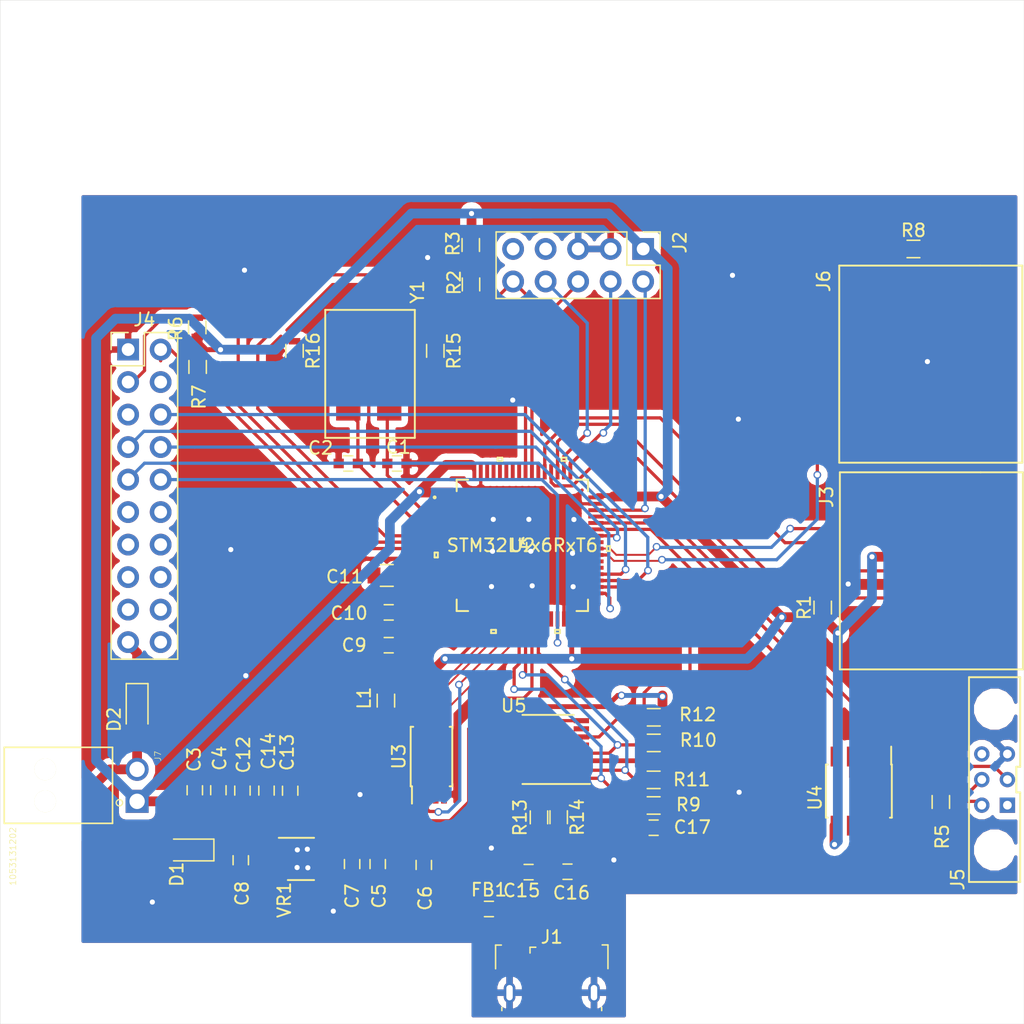
<source format=kicad_pcb>
(kicad_pcb (version 20171130) (host pcbnew "(5.0.1)-3")
  (layers (0 F.Cu signal) (31 B.Cu signal) (34 B.Paste user) (35 F.Paste user) (36 B.SilkS user) (37 F.SilkS user) (38 B.Mask user) (39 F.Mask user) (44 Edge.Cuts user))
  (net 0 "")
  (net 1 "Net-(C1-Pad1)")
  (net 2 GND)
  (net 3 "Net-(C2-Pad1)")
  (net 4 VDD33)
  (net 5 VBUS)
  (net 6 VDD33_USB)
  (net 7 "Net-(C10-Pad1)")
  (net 8 VCCIO)
  (net 9 "Net-(D1-Pad2)")
  (net 10 VDD33_IN)
  (net 11 JTDO_SWO)
  (net 12 JTCK_SWCLK)
  (net 13 JTMS_SWDIO)
  (net 14 JTDI)
  (net 15 JTRST)
  (net 16 ~CS3_2)
  (net 17 MOSI3)
  (net 18 SCK3)
  (net 19 MISO3)
  (net 20 ~CS2_2)
  (net 21 ~CS2)
  (net 22 SCK2)
  (net 23 MOSI2)
  (net 24 MISO2)
  (net 25 SCL)
  (net 26 SDA)
  (net 27 "Net-(J5-Pad2)")
  (net 28 "Net-(J5-Pad5)")
  (net 29 "Net-(J5-Pad4)")
  (net 30 ~CS3)
  (net 31 "Net-(R2-Pad2)")
  (net 32 ~CAN_EN)
  (net 33 UART_RX)
  (net 34 UART_TX)
  (net 35 UART_~RTS)
  (net 36 UART_~CTS)
  (net 37 "Net-(R15-Pad1)")
  (net 38 "Net-(R16-Pad1)")
  (net 39 SCK1)
  (net 40 MISO1)
  (net 41 MOSI1)
  (net 42 ~CS1)
  (net 43 ~HOLD1)
  (net 44 CANRX)
  (net 45 CANTX)
  (net 46 /USBtoUART/USB_5V)
  (net 47 /D-)
  (net 48 /D+)
  (net 49 /USBtoUART/USBD-)
  (net 50 /USBtoUART/USBD+)
  (module Capacitors_SMD:C_0603 (layer F.Cu) (at 27.5 67.5 270)
    (fp_text reference C7 (at 2.5 0 270) (layer F.SilkS))
    (fp_text value 10uF)
    (pad 1 smd rect (at -0.75 0 270) (size 0.8 0.75) (layers F.Cu F.Paste F.Mask) (net 5 VBUS))
    (pad 2 smd rect (at 0.75 0 270) (size 0.8 0.75) (layers F.Cu F.Paste F.Mask) (net 2 GND))
  )
  (module Resistors_SMD:R_0603 (layer F.Cu) (at 15.43 28.66 270)
    (fp_text reference R7 (at 2.35 -0.11 270) (layer F.SilkS))
    (fp_text value 4.7K)
    (pad 1 smd rect (at -0.75 0 270) (size 0.5 0.9) (layers F.Cu F.Paste F.Mask) (net 4 VDD33))
    (pad 2 smd rect (at 0.75 0 270) (size 0.5 0.9) (layers F.Cu F.Paste F.Mask) (net 26 SDA))
  )
  (module Payload_standard:STM32L4x6RxT6 (layer F.Cu) (at 40.8 42.6)
    (fp_text reference U2 (at 0 0) (layer F.SilkS))
    (fp_text value STM32L4x6RxT6 (at 0 0) (layer F.SilkS))
    (fp_text user * (at 0 0) (layer F.SilkS))
    (pad 1 smd rect (at -5.749999 -3.75) (size 1.1938 0.3048) (layers F.Cu F.Paste F.Mask) (net 4 VDD33))
    (pad 2 smd rect (at -5.749999 -3.250001) (size 1.1938 0.3048) (layers F.Cu F.Paste F.Mask))
    (pad 3 smd rect (at -5.749999 -2.75) (size 1.1938 0.3048) (layers F.Cu F.Paste F.Mask) (net 1 "Net-(C1-Pad1)"))
    (pad 4 smd rect (at -5.749999 -2.250001) (size 1.1938 0.3048) (layers F.Cu F.Paste F.Mask) (net 3 "Net-(C2-Pad1)"))
    (pad 5 smd rect (at -5.749999 -1.749999) (size 1.1938 0.3048) (layers F.Cu F.Paste F.Mask))
    (pad 6 smd rect (at -5.749999 -1.25) (size 1.1938 0.3048) (layers F.Cu F.Paste F.Mask))
    (pad 7 smd rect (at -5.749999 -0.750001) (size 1.1938 0.3048) (layers F.Cu F.Paste F.Mask) (net 31 "Net-(R2-Pad2)"))
    (pad 8 smd rect (at -5.749999 -0.25) (size 1.1938 0.3048) (layers F.Cu F.Paste F.Mask) (net 25 SCL))
    (pad 9 smd rect (at -5.749999 0.25) (size 1.1938 0.3048) (layers F.Cu F.Paste F.Mask) (net 26 SDA))
    (pad 10 smd rect (at -5.749999 0.750001) (size 1.1938 0.3048) (layers F.Cu F.Paste F.Mask))
    (pad 11 smd rect (at -5.749999 1.25) (size 1.1938 0.3048) (layers F.Cu F.Paste F.Mask))
    (pad 12 smd rect (at -5.749999 1.749999) (size 1.1938 0.3048) (layers F.Cu F.Paste F.Mask) (net 2 GND))
    (pad 13 smd rect (at -5.749999 2.250001) (size 1.1938 0.3048) (layers F.Cu F.Paste F.Mask) (net 7 "Net-(C10-Pad1)"))
    (pad 14 smd rect (at -5.749999 2.75) (size 1.1938 0.3048) (layers F.Cu F.Paste F.Mask))
    (pad 15 smd rect (at -5.749999 3.250001) (size 1.1938 0.3048) (layers F.Cu F.Paste F.Mask))
    (pad 16 smd rect (at -5.749999 3.75) (size 1.1938 0.3048) (layers F.Cu F.Paste F.Mask))
    (pad 17 smd rect (at -3.75 5.749999 90) (size 1.1938 0.3048) (layers F.Cu F.Paste F.Mask))
    (pad 18 smd rect (at -3.250001 5.749999 90) (size 1.1938 0.3048) (layers F.Cu F.Paste F.Mask) (net 2 GND))
    (pad 19 smd rect (at -2.75 5.749999 90) (size 1.1938 0.3048) (layers F.Cu F.Paste F.Mask) (net 4 VDD33))
    (pad 20 smd rect (at -2.250001 5.749999 90) (size 1.1938 0.3048) (layers F.Cu F.Paste F.Mask) (net 43 ~HOLD1))
    (pad 21 smd rect (at -1.749999 5.749999 90) (size 1.1938 0.3048) (layers F.Cu F.Paste F.Mask) (net 39 SCK1))
    (pad 22 smd rect (at -1.25 5.749999 90) (size 1.1938 0.3048) (layers F.Cu F.Paste F.Mask) (net 40 MISO1))
    (pad 23 smd rect (at -0.750001 5.749999 90) (size 1.1938 0.3048) (layers F.Cu F.Paste F.Mask) (net 41 MOSI1))
    (pad 24 smd rect (at -0.25 5.749999 90) (size 1.1938 0.3048) (layers F.Cu F.Paste F.Mask) (net 33 UART_RX))
    (pad 25 smd rect (at 0.25 5.749999 90) (size 1.1938 0.3048) (layers F.Cu F.Paste F.Mask) (net 34 UART_TX))
    (pad 26 smd rect (at 0.750001 5.749999 90) (size 1.1938 0.3048) (layers F.Cu F.Paste F.Mask) (net 42 ~CS1))
    (pad 27 smd rect (at 1.25 5.749999 90) (size 1.1938 0.3048) (layers F.Cu F.Paste F.Mask) (net 35 UART_~RTS))
    (pad 28 smd rect (at 1.749999 5.749999 90) (size 1.1938 0.3048) (layers F.Cu F.Paste F.Mask))
    (pad 29 smd rect (at 2.250001 5.749999 90) (size 1.1938 0.3048) (layers F.Cu F.Paste F.Mask))
    (pad 30 smd rect (at 2.75 5.749999 90) (size 1.1938 0.3048) (layers F.Cu F.Paste F.Mask) (net 20 ~CS2_2))
    (pad 31 smd rect (at 3.250001 5.749999 90) (size 1.1938 0.3048) (layers F.Cu F.Paste F.Mask) (net 2 GND))
    (pad 32 smd rect (at 3.75 5.749999 90) (size 1.1938 0.3048) (layers F.Cu F.Paste F.Mask) (net 4 VDD33))
    (pad 33 smd rect (at 5.749999 3.75) (size 1.1938 0.3048) (layers F.Cu F.Paste F.Mask) (net 21 ~CS2))
    (pad 34 smd rect (at 5.749999 3.250001) (size 1.1938 0.3048) (layers F.Cu F.Paste F.Mask) (net 36 UART_~CTS))
    (pad 35 smd rect (at 5.749999 2.75) (size 1.1938 0.3048) (layers F.Cu F.Paste F.Mask) (net 24 MISO2))
    (pad 36 smd rect (at 5.749999 2.250001) (size 1.1938 0.3048) (layers F.Cu F.Paste F.Mask) (net 23 MOSI2))
    (pad 37 smd rect (at 5.749999 1.749999) (size 1.1938 0.3048) (layers F.Cu F.Paste F.Mask))
    (pad 38 smd rect (at 5.749999 1.25) (size 1.1938 0.3048) (layers F.Cu F.Paste F.Mask))
    (pad 39 smd rect (at 5.749999 0.750001) (size 1.1938 0.3048) (layers F.Cu F.Paste F.Mask) (net 30 ~CS3))
    (pad 40 smd rect (at 5.749999 0.25) (size 1.1938 0.3048) (layers F.Cu F.Paste F.Mask) (net 16 ~CS3_2))
    (pad 41 smd rect (at 5.749999 -0.25) (size 1.1938 0.3048) (layers F.Cu F.Paste F.Mask))
    (pad 42 smd rect (at 5.749999 -0.750001) (size 1.1938 0.3048) (layers F.Cu F.Paste F.Mask) (net 22 SCK2))
    (pad 43 smd rect (at 5.749999 -1.25) (size 1.1938 0.3048) (layers F.Cu F.Paste F.Mask) (net 32 ~CAN_EN))
    (pad 44 smd rect (at 5.749999 -1.749999) (size 1.1938 0.3048) (layers F.Cu F.Paste F.Mask) (net 44 CANRX))
    (pad 45 smd rect (at 5.749999 -2.250001) (size 1.1938 0.3048) (layers F.Cu F.Paste F.Mask) (net 45 CANTX))
    (pad 46 smd rect (at 5.749999 -2.75) (size 1.1938 0.3048) (layers F.Cu F.Paste F.Mask) (net 13 JTMS_SWDIO))
    (pad 47 smd rect (at 5.749999 -3.250001) (size 1.1938 0.3048) (layers F.Cu F.Paste F.Mask) (net 2 GND))
    (pad 48 smd rect (at 5.749999 -3.75) (size 1.1938 0.3048) (layers F.Cu F.Paste F.Mask) (net 4 VDD33))
    (pad 49 smd rect (at 3.75 -5.749999 90) (size 1.1938 0.3048) (layers F.Cu F.Paste F.Mask) (net 12 JTCK_SWCLK))
    (pad 50 smd rect (at 3.250001 -5.749999 90) (size 1.1938 0.3048) (layers F.Cu F.Paste F.Mask) (net 14 JTDI))
    (pad 51 smd rect (at 2.75 -5.749999 90) (size 1.1938 0.3048) (layers F.Cu F.Paste F.Mask) (net 18 SCK3))
    (pad 52 smd rect (at 2.250001 -5.749999 90) (size 1.1938 0.3048) (layers F.Cu F.Paste F.Mask) (net 19 MISO3))
    (pad 53 smd rect (at 1.749999 -5.749999 90) (size 1.1938 0.3048) (layers F.Cu F.Paste F.Mask) (net 17 MOSI3))
    (pad 54 smd rect (at 1.25 -5.749999 90) (size 1.1938 0.3048) (layers F.Cu F.Paste F.Mask))
    (pad 55 smd rect (at 0.750001 -5.749999 90) (size 1.1938 0.3048) (layers F.Cu F.Paste F.Mask) (net 11 JTDO_SWO))
    (pad 56 smd rect (at 0.25 -5.749999 90) (size 1.1938 0.3048) (layers F.Cu F.Paste F.Mask) (net 15 JTRST))
    (pad 57 smd rect (at -0.25 -5.749999 90) (size 1.1938 0.3048) (layers F.Cu F.Paste F.Mask))
    (pad 58 smd rect (at -0.750001 -5.749999 90) (size 1.1938 0.3048) (layers F.Cu F.Paste F.Mask))
    (pad 59 smd rect (at -1.25 -5.749999 90) (size 1.1938 0.3048) (layers F.Cu F.Paste F.Mask))
    (pad 60 smd rect (at -1.749999 -5.749999 90) (size 1.1938 0.3048) (layers F.Cu F.Paste F.Mask))
    (pad 61 smd rect (at -2.250001 -5.749999 90) (size 1.1938 0.3048) (layers F.Cu F.Paste F.Mask))
    (pad 62 smd rect (at -2.75 -5.749999 90) (size 1.1938 0.3048) (layers F.Cu F.Paste F.Mask))
    (pad 63 smd rect (at -3.250001 -5.749999 90) (size 1.1938 0.3048) (layers F.Cu F.Paste F.Mask) (net 2 GND))
    (pad 64 smd rect (at -3.75 -5.749999 90) (size 1.1938 0.3048) (layers F.Cu F.Paste F.Mask) (net 4 VDD33))
  )
  (module Housings_SSOP:SSOP-16_3.9x4.9mm_Pitch0.635mm (layer F.Cu) (at 42.81 58.52 180)
    (fp_text reference U5 (at 2.68 3.39 180) (layer F.SilkS))
    (fp_text value FT230XS)
    (pad 1 smd rect (at -2.6 -2.2225 180) (size 1.2 0.4) (layers F.Cu F.Paste F.Mask) (net 33 UART_RX))
    (pad 2 smd rect (at -2.6 -1.5875 180) (size 1.2 0.4) (layers F.Cu F.Paste F.Mask) (net 35 UART_~RTS))
    (pad 3 smd rect (at -2.6 -0.9525 180) (size 1.2 0.4) (layers F.Cu F.Paste F.Mask) (net 8 VCCIO))
    (pad 4 smd rect (at -2.6 -0.3175 180) (size 1.2 0.4) (layers F.Cu F.Paste F.Mask) (net 34 UART_TX))
    (pad 5 smd rect (at -2.6 0.3175 180) (size 1.2 0.4) (layers F.Cu F.Paste F.Mask) (net 2 GND))
    (pad 6 smd rect (at -2.6 0.9525 180) (size 1.2 0.4) (layers F.Cu F.Paste F.Mask) (net 36 UART_~CTS))
    (pad 7 smd rect (at -2.6 1.5875 180) (size 1.2 0.4) (layers F.Cu F.Paste F.Mask))
    (pad 8 smd rect (at -2.6 2.2225 180) (size 1.2 0.4) (layers F.Cu F.Paste F.Mask) (net 50 /USBtoUART/USBD+))
    (pad 9 smd rect (at 2.6 2.2225 180) (size 1.2 0.4) (layers F.Cu F.Paste F.Mask) (net 49 /USBtoUART/USBD-))
    (pad 10 smd rect (at 2.6 1.5875 180) (size 1.2 0.4) (layers F.Cu F.Paste F.Mask) (net 8 VCCIO))
    (pad 11 smd rect (at 2.6 0.9525 180) (size 1.2 0.4) (layers F.Cu F.Paste F.Mask) (net 8 VCCIO))
    (pad 12 smd rect (at 2.6 0.3175 180) (size 1.2 0.4) (layers F.Cu F.Paste F.Mask) (net 5 VBUS))
    (pad 13 smd rect (at 2.6 -0.3175 180) (size 1.2 0.4) (layers F.Cu F.Paste F.Mask) (net 2 GND))
    (pad 14 smd rect (at 2.6 -0.9525 180) (size 1.2 0.4) (layers F.Cu F.Paste F.Mask))
    (pad 15 smd rect (at 2.6 -1.5875 180) (size 1.2 0.4) (layers F.Cu F.Paste F.Mask))
    (pad 16 smd rect (at 2.6 -2.2225 180) (size 1.2 0.4) (layers F.Cu F.Paste F.Mask))
  )
  (module Pin_Headers:Pin_Header_Straight_2x05_Pitch2.54mm (layer F.Cu) (at 50.24 19.44 270)
    (fp_text reference J2 (at -0.51 -2.87 270) (layer F.SilkS))
    (fp_text value Conn_01x10)
    (pad 10 thru_hole oval (at 2.54 10.16 270) (size 1.7 1.7) (drill 1) (layers *.Cu *.Mask) (net 15 JTRST))
    (pad 9 thru_hole oval (at 0 10.16 270) (size 1.7 1.7) (drill 1) (layers *.Cu *.Mask))
    (pad 8 thru_hole oval (at 2.54 7.62 270) (size 1.7 1.7) (drill 1) (layers *.Cu *.Mask) (net 14 JTDI))
    (pad 7 thru_hole oval (at 0 7.62 270) (size 1.7 1.7) (drill 1) (layers *.Cu *.Mask))
    (pad 6 thru_hole oval (at 2.54 5.08 270) (size 1.7 1.7) (drill 1) (layers *.Cu *.Mask) (net 11 JTDO_SWO))
    (pad 5 thru_hole oval (at 0 5.08 270) (size 1.7 1.7) (drill 1) (layers *.Cu *.Mask) (net 2 GND))
    (pad 4 thru_hole oval (at 2.54 2.54 270) (size 1.7 1.7) (drill 1) (layers *.Cu *.Mask) (net 12 JTCK_SWCLK))
    (pad 3 thru_hole oval (at 0 2.54 270) (size 1.7 1.7) (drill 1) (layers *.Cu *.Mask) (net 2 GND))
    (pad 2 thru_hole oval (at 2.54 0 270) (size 1.7 1.7) (drill 1) (layers *.Cu *.Mask) (net 13 JTMS_SWDIO))
    (pad 1 thru_hole rect (at 0 0 270) (size 1.7 1.7) (drill 1) (layers *.Cu *.Mask) (net 4 VDD33))
  )
  (module Resistors_SMD:R_0603 (layer F.Cu) (at 36.77 19.13 270)
    (fp_text reference R3 (at -0.1 1.39 270) (layer F.SilkS))
    (fp_text value 10K)
    (pad 1 smd rect (at -0.75 0 270) (size 0.5 0.9) (layers F.Cu F.Paste F.Mask) (net 4 VDD33))
    (pad 2 smd rect (at 0.75 0 270) (size 0.5 0.9) (layers F.Cu F.Paste F.Mask) (net 31 "Net-(R2-Pad2)"))
  )
  (module Resistors_SMD:R_0603 (layer F.Cu) (at 15.4 25.56 90)
    (fp_text reference R6 (at -0.11 -1.69 90) (layer F.SilkS))
    (fp_text value 4.7K)
    (pad 2 smd rect (at 0.75 0 90) (size 0.5 0.9) (layers F.Cu F.Paste F.Mask) (net 25 SCL))
    (pad 1 smd rect (at -0.75 0 90) (size 0.5 0.9) (layers F.Cu F.Paste F.Mask) (net 4 VDD33))
  )
  (module Resistors_SMD:R_0603 (layer F.Cu) (at 42.1 63.85 270)
    (fp_text reference R13 (at 0.02 1.48 270) (layer F.SilkS))
    (fp_text value 27)
    (pad 1 smd rect (at -0.75 0 270) (size 0.5 0.9) (layers F.Cu F.Paste F.Mask) (net 49 /USBtoUART/USBD-))
    (pad 2 smd rect (at 0.75 0 270) (size 0.5 0.9) (layers F.Cu F.Paste F.Mask) (net 47 /D-))
  )
  (module Pin_Headers:Pin_Header_Straight_2x10_Pitch2.54mm (layer F.Cu) (at 10 27.3)
    (fp_text reference J4 (at 1.27 -2.33) (layer F.SilkS))
    (fp_text value Conn_01x20_Female)
    (pad 1 thru_hole rect (at 0 0) (size 1.7 1.7) (drill 1) (layers *.Cu *.Mask) (net 2 GND))
    (pad 2 thru_hole oval (at 2.54 0) (size 1.7 1.7) (drill 1) (layers *.Cu *.Mask) (net 26 SDA))
    (pad 3 thru_hole oval (at 0 2.54) (size 1.7 1.7) (drill 1) (layers *.Cu *.Mask) (net 25 SCL))
    (pad 4 thru_hole oval (at 2.54 2.54) (size 1.7 1.7) (drill 1) (layers *.Cu *.Mask))
    (pad 5 thru_hole oval (at 0 5.08) (size 1.7 1.7) (drill 1) (layers *.Cu *.Mask))
    (pad 6 thru_hole oval (at 2.54 5.08) (size 1.7 1.7) (drill 1) (layers *.Cu *.Mask) (net 24 MISO2))
    (pad 7 thru_hole oval (at 0 7.62) (size 1.7 1.7) (drill 1) (layers *.Cu *.Mask) (net 23 MOSI2))
    (pad 8 thru_hole oval (at 2.54 7.62) (size 1.7 1.7) (drill 1) (layers *.Cu *.Mask) (net 22 SCK2))
    (pad 9 thru_hole oval (at 0 10.16) (size 1.7 1.7) (drill 1) (layers *.Cu *.Mask) (net 21 ~CS2))
    (pad 10 thru_hole oval (at 2.54 10.16) (size 1.7 1.7) (drill 1) (layers *.Cu *.Mask) (net 20 ~CS2_2))
    (pad 11 thru_hole oval (at 0 12.7) (size 1.7 1.7) (drill 1) (layers *.Cu *.Mask))
    (pad 12 thru_hole oval (at 2.54 12.7) (size 1.7 1.7) (drill 1) (layers *.Cu *.Mask))
    (pad 13 thru_hole oval (at 0 15.24) (size 1.7 1.7) (drill 1) (layers *.Cu *.Mask))
    (pad 14 thru_hole oval (at 2.54 15.24) (size 1.7 1.7) (drill 1) (layers *.Cu *.Mask))
    (pad 15 thru_hole oval (at 0 17.78) (size 1.7 1.7) (drill 1) (layers *.Cu *.Mask))
    (pad 16 thru_hole oval (at 2.54 17.78) (size 1.7 1.7) (drill 1) (layers *.Cu *.Mask))
    (pad 17 thru_hole oval (at 0 20.32) (size 1.7 1.7) (drill 1) (layers *.Cu *.Mask))
    (pad 18 thru_hole oval (at 2.54 20.32) (size 1.7 1.7) (drill 1) (layers *.Cu *.Mask))
    (pad 19 thru_hole oval (at 0 22.86) (size 1.7 1.7) (drill 1) (layers *.Cu *.Mask) (net 10 VDD33_IN))
    (pad 20 thru_hole oval (at 2.54 22.86) (size 1.7 1.7) (drill 1) (layers *.Cu *.Mask))
  )
  (module Capacitors_SMD:C_0603 (layer F.Cu) (at 31 36.2)
    (fp_text reference C1 (at 0.115 -1.275) (layer F.SilkS))
    (fp_text value C_Small)
    (pad 1 smd rect (at -0.75 0) (size 0.8 0.75) (layers F.Cu F.Paste F.Mask) (net 1 "Net-(C1-Pad1)"))
    (pad 2 smd rect (at 0.75 0) (size 0.8 0.75) (layers F.Cu F.Paste F.Mask) (net 2 GND))
  )
  (module Capacitors_SMD:C_0603 (layer F.Cu) (at 27.2 36.2 180)
    (fp_text reference C2 (at 2.16 1.21 180) (layer F.SilkS))
    (fp_text value C_Small)
    (pad 2 smd rect (at 0.75 0 180) (size 0.8 0.75) (layers F.Cu F.Paste F.Mask) (net 2 GND))
    (pad 1 smd rect (at -0.75 0 180) (size 0.8 0.75) (layers F.Cu F.Paste F.Mask) (net 3 "Net-(C2-Pad1)"))
  )
  (module Capacitors_SMD:C_0603 (layer F.Cu) (at 15.209203 61.73415 90)
    (fp_text reference C3 (at 2.40415 -0.059203 90) (layer F.SilkS))
    (fp_text value 4.7uF)
    (pad 1 smd rect (at -0.75 0 90) (size 0.8 0.75) (layers F.Cu F.Paste F.Mask) (net 4 VDD33))
    (pad 2 smd rect (at 0.75 0 90) (size 0.8 0.75) (layers F.Cu F.Paste F.Mask) (net 2 GND))
  )
  (module Capacitors_SMD:C_0603 (layer F.Cu) (at 17.05 61.73 90)
    (fp_text reference C4 (at 2.5 0.1 90) (layer F.SilkS))
    (fp_text value 100nF)
    (pad 2 smd rect (at 0.75 0 90) (size 0.8 0.75) (layers F.Cu F.Paste F.Mask) (net 2 GND))
    (pad 1 smd rect (at -0.75 0 90) (size 0.8 0.75) (layers F.Cu F.Paste F.Mask) (net 4 VDD33))
  )
  (module Capacitors_SMD:C_0603 (layer F.Cu) (at 29.5 67.5 270)
    (fp_text reference C5 (at 2.5 -0.1 270) (layer F.SilkS))
    (fp_text value 4.7uF)
    (pad 1 smd rect (at -0.75 0 270) (size 0.8 0.75) (layers F.Cu F.Paste F.Mask) (net 5 VBUS))
    (pad 2 smd rect (at 0.75 0 270) (size 0.8 0.75) (layers F.Cu F.Paste F.Mask) (net 2 GND))
  )
  (module Capacitors_SMD:C_0603 (layer F.Cu) (at 33.1 67.57 270)
    (fp_text reference C6 (at 2.6 -0.1 270) (layer F.SilkS))
    (fp_text value 100nF)
    (pad 2 smd rect (at 0.75 0 270) (size 0.8 0.75) (layers F.Cu F.Paste F.Mask) (net 2 GND))
    (pad 1 smd rect (at -0.75 0 270) (size 0.8 0.75) (layers F.Cu F.Paste F.Mask) (net 5 VBUS))
  )
  (module Capacitors_SMD:C_0603 (layer F.Cu) (at 18.8 67.2 270)
    (fp_text reference C8 (at 2.6 -0.1 270) (layer F.SilkS))
    (fp_text value 10uF)
    (pad 1 smd rect (at -0.75 0 270) (size 0.8 0.75) (layers F.Cu F.Paste F.Mask) (net 6 VDD33_USB))
    (pad 2 smd rect (at 0.75 0 270) (size 0.8 0.75) (layers F.Cu F.Paste F.Mask) (net 2 GND))
  )
  (module Capacitors_SMD:C_0603 (layer F.Cu) (at 30.36 50.4 180)
    (fp_text reference C9 (at 2.7 0) (layer F.SilkS))
    (fp_text value 1uF)
    (pad 1 smd rect (at -0.75 0 180) (size 0.8 0.75) (layers F.Cu F.Paste F.Mask) (net 7 "Net-(C10-Pad1)"))
    (pad 2 smd rect (at 0.75 0 180) (size 0.8 0.75) (layers F.Cu F.Paste F.Mask) (net 2 GND))
  )
  (module Capacitors_SMD:C_0603 (layer F.Cu) (at 30.36 47.834999 180)
    (fp_text reference C10 (at 3.1 -0.065001) (layer F.SilkS))
    (fp_text value 10uF)
    (pad 2 smd rect (at 0.75 0 180) (size 0.8 0.75) (layers F.Cu F.Paste F.Mask) (net 2 GND))
    (pad 1 smd rect (at -0.75 0 180) (size 0.8 0.75) (layers F.Cu F.Paste F.Mask) (net 7 "Net-(C10-Pad1)"))
  )
  (module Capacitors_SMD:C_0805 (layer F.Cu) (at 30.21 44.95 180)
    (fp_text reference C11 (at 3.3 -0.1) (layer F.SilkS))
    (fp_text value 100uF)
    (pad 2 smd rect (at 1 0 180) (size 1 1.25) (layers F.Cu F.Paste F.Mask) (net 2 GND))
    (pad 1 smd rect (at -1 0 180) (size 1 1.25) (layers F.Cu F.Paste F.Mask) (net 7 "Net-(C10-Pad1)"))
  )
  (module Capacitors_SMD:C_0603 (layer F.Cu) (at 18.93 61.76 90)
    (fp_text reference C12 (at 2.8 0.08 90) (layer F.SilkS))
    (fp_text value 100nF)
    (pad 2 smd rect (at 0.75 0 90) (size 0.8 0.75) (layers F.Cu F.Paste F.Mask) (net 2 GND))
    (pad 1 smd rect (at -0.75 0 90) (size 0.8 0.75) (layers F.Cu F.Paste F.Mask) (net 4 VDD33))
  )
  (module Capacitors_SMD:C_0603 (layer F.Cu) (at 22.66 61.77 90)
    (fp_text reference C13 (at 3 -0.24 90) (layer F.SilkS))
    (fp_text value 100nF)
    (pad 2 smd rect (at 0.75 0 90) (size 0.8 0.75) (layers F.Cu F.Paste F.Mask) (net 2 GND))
    (pad 1 smd rect (at -0.75 0 90) (size 0.8 0.75) (layers F.Cu F.Paste F.Mask) (net 4 VDD33))
  )
  (module Capacitors_SMD:C_0603 (layer F.Cu) (at 20.81 61.76 90)
    (fp_text reference C14 (at 3.09 0.15 90) (layer F.SilkS))
    (fp_text value 100nF)
    (pad 1 smd rect (at -0.75 0 90) (size 0.8 0.75) (layers F.Cu F.Paste F.Mask) (net 4 VDD33))
    (pad 2 smd rect (at 0.75 0 90) (size 0.8 0.75) (layers F.Cu F.Paste F.Mask) (net 2 GND))
  )
  (module Capacitors_SMD:C_0603 (layer F.Cu) (at 41.29 68.13 180)
    (fp_text reference C15 (at 0.54 -1.44 180) (layer F.SilkS))
    (fp_text value 47pF)
    (pad 1 smd rect (at -0.75 0 180) (size 0.8 0.75) (layers F.Cu F.Paste F.Mask) (net 47 /D-))
    (pad 2 smd rect (at 0.75 0 180) (size 0.8 0.75) (layers F.Cu F.Paste F.Mask) (net 2 GND))
  )
  (module Capacitors_SMD:C_0603 (layer F.Cu) (at 44.33 68.1)
    (fp_text reference C16 (at 0.31 1.65) (layer F.SilkS))
    (fp_text value 47pF)
    (pad 2 smd rect (at 0.75 0) (size 0.8 0.75) (layers F.Cu F.Paste F.Mask) (net 2 GND))
    (pad 1 smd rect (at -0.75 0) (size 0.8 0.75) (layers F.Cu F.Paste F.Mask) (net 48 /D+))
  )
  (module Capacitors_SMD:C_0603 (layer F.Cu) (at 51.06 64.66 180)
    (fp_text reference C17 (at -3.02 0.04 180) (layer F.SilkS))
    (fp_text value 100nF)
    (pad 1 smd rect (at -0.75 0 180) (size 0.8 0.75) (layers F.Cu F.Paste F.Mask) (net 8 VCCIO))
    (pad 2 smd rect (at 0.75 0 180) (size 0.8 0.75) (layers F.Cu F.Paste F.Mask) (net 2 GND))
  )
  (module Diodes_SMD:D_SOD-323_HandSoldering (layer F.Cu) (at 14.8 66.4 180)
    (fp_text reference D1 (at 1 -1.9 270) (layer F.SilkS))
    (fp_text value BAT60JFILM)
    (pad 1 smd rect (at -1.25 0 180) (size 1 1) (layers F.Cu F.Paste F.Mask) (net 6 VDD33_USB))
    (pad 2 smd rect (at 1.25 0 180) (size 1 1) (layers F.Cu F.Paste F.Mask) (net 9 "Net-(D1-Pad2)"))
  )
  (module Diodes_SMD:D_SOD-323_HandSoldering (layer F.Cu) (at 10.7 55.3 270)
    (fp_text reference D2 (at 0.9 1.8 270) (layer F.SilkS))
    (fp_text value BAT60JFILM)
    (pad 2 smd rect (at 1.25 0 270) (size 1 1) (layers F.Cu F.Paste F.Mask) (net 9 "Net-(D1-Pad2)"))
    (pad 1 smd rect (at -1.25 0 270) (size 1 1) (layers F.Cu F.Paste F.Mask) (net 10 VDD33_IN))
  )
  (module Capacitors_SMD:C_0603 (layer F.Cu) (at 38.19 71.01)
    (fp_text reference FB1 (at 0 -1.5) (layer F.SilkS))
    (fp_text value Ferrite_Bead)
    (pad 2 smd rect (at 0.75 0) (size 0.8 0.75) (layers F.Cu F.Paste F.Mask) (net 46 /USBtoUART/USB_5V))
    (pad 1 smd rect (at -0.75 0) (size 0.8 0.75) (layers F.Cu F.Paste F.Mask) (net 5 VBUS))
  )
  (module Payload_Connectors:USB_Micro-B_Amphenol_10118193-0001LF (layer F.Cu) (at 43.1 77.2)
    (fp_text reference J1 (at 0 -4) (layer F.SilkS))
    (fp_text value USB_OTG)
    (pad 6 thru_hole oval (at 3.3 0.35) (size 0.9 1.6) (drill oval 0.5 1.2) (layers *.Cu *.Mask) (net 2 GND))
    (pad 6 thru_hole oval (at -3.3 0.35 180) (size 0.9 1.6) (drill oval 0.5 1.2) (layers *.Cu *.Mask) (net 2 GND))
    (pad 6 smd rect (at -1.2 0.35) (size 1.9 1.9) (layers F.Cu F.Paste F.Mask) (net 2 GND))
    (pad 3 smd rect (at 0 -2.325) (size 0.4 1.35) (layers F.Cu F.Paste F.Mask) (net 48 /D+))
    (pad 4 smd rect (at 0.65 -2.325) (size 0.4 1.35) (layers F.Cu F.Paste F.Mask))
    (pad 5 smd rect (at 1.3 -2.325) (size 0.4 1.35) (layers F.Cu F.Paste F.Mask) (net 2 GND))
    (pad 1 smd rect (at -1.3 -2.325) (size 0.4 1.35) (layers F.Cu F.Paste F.Mask) (net 46 /USBtoUART/USB_5V))
    (pad 2 smd rect (at -0.65 -2.325) (size 0.4 1.35) (layers F.Cu F.Paste F.Mask) (net 47 /D-))
    (pad 6 smd rect (at 1.2 0.35) (size 1.9 1.9) (layers F.Cu F.Paste F.Mask) (net 2 GND))
    (pad 6 smd rect (at -3.2 -2.1) (size 1.6 1.4) (layers F.Cu F.Paste F.Mask) (net 2 GND))
    (pad 6 smd rect (at 3.2 -2.1) (size 1.6 1.4) (layers F.Cu F.Paste F.Mask) (net 2 GND))
  )
  (module Payload_Connectors:MICROSD_WM6698CT-ND (layer F.Cu) (at 71.11 40.19 270)
    (fp_text reference J3 (at -1.38 6.54 270) (layer F.SilkS))
    (fp_text value SD_WM6698CT-ND)
    (pad G1 smd rect (at 11.37 2.6 270) (size 1.45 2) (layers F.Cu F.Paste F.Mask) (net 2 GND))
    (pad G4 smd rect (at -2.38 2.6 270) (size 1.45 2) (layers F.Cu F.Paste F.Mask) (net 2 GND))
    (pad G2 smd rect (at 11.37 -5.7 270) (size 1.45 2) (layers F.Cu F.Paste F.Mask) (net 2 GND))
    (pad G3 smd rect (at -2.38 -5.7 270) (size 1.45 2) (layers F.Cu F.Paste F.Mask) (net 2 GND))
    (pad 8 smd rect (at 7.7 0 270) (size 0.8 1.5) (layers F.Cu F.Paste F.Mask))
    (pad 7 smd rect (at 6.6 0 270) (size 0.8 1.5) (layers F.Cu F.Paste F.Mask) (net 19 MISO3))
    (pad 6 smd rect (at 5.5 0 270) (size 0.8 1.5) (layers F.Cu F.Paste F.Mask) (net 2 GND))
    (pad 5 smd rect (at 4.4 0 270) (size 0.8 1.5) (layers F.Cu F.Paste F.Mask) (net 18 SCK3))
    (pad 4 smd rect (at 3.3 0 270) (size 0.8 1.5) (layers F.Cu F.Paste F.Mask) (net 4 VDD33))
    (pad 3 smd rect (at 2.2 0 270) (size 0.8 1.5) (layers F.Cu F.Paste F.Mask) (net 17 MOSI3))
    (pad 2 smd rect (at 1.1 0 270) (size 0.8 1.5) (layers F.Cu F.Paste F.Mask) (net 16 ~CS3_2))
    (pad 1 smd rect (at 0 0 270) (size 0.8 1.5) (layers F.Cu F.Paste F.Mask))
  )
  (module canhw_footprints:connector_Harwin_M80-5000642 (layer F.Cu) (at 77.7 60.9 90)
    (fp_text reference J5 (at -7.8 -2.88 90) (layer F.SilkS))
    (fp_text value Harwin_M80-5400642)
    (pad 2 thru_hole circle (at 0 1 90) (size 1.2 1.2) (drill 0.68) (layers *.Cu *.Mask) (net 27 "Net-(J5-Pad2)"))
    (pad 1 thru_hole rect (at -2 1 90) (size 1.2 1.2) (drill 0.68) (layers *.Cu *.Mask))
    (pad 3 thru_hole circle (at 2 1 90) (size 1.2 1.2) (drill 0.68) (layers *.Cu *.Mask) (net 2 GND))
    (pad 6 thru_hole circle (at 2 -1 90) (size 1.2 1.2) (drill 0.68) (layers *.Cu *.Mask))
    (pad 5 thru_hole circle (at 0 -1 90) (size 1.2 1.2) (drill 0.68) (layers *.Cu *.Mask) (net 28 "Net-(J5-Pad5)"))
    (pad 4 thru_hole circle (at -2 -1 90) (size 1.2 1.2) (drill 0.68) (layers *.Cu *.Mask) (net 29 "Net-(J5-Pad4)"))
    (pad "" np_thru_hole circle (at 5.5 0 90) (size 2.2 2.2) (drill 2.2) (layers *.Cu *.Mask))
    (pad "" np_thru_hole circle (at -5.5 0 90) (size 2.2 2.2) (drill 2.2) (layers *.Cu *.Mask))
  )
  (module Payload_Connectors:MICROSD_WM6698CT-ND (layer F.Cu) (at 71.06 24.04 270)
    (fp_text reference J6 (at -2.09 6.72 270) (layer F.SilkS))
    (fp_text value SD_WM6698CT-ND)
    (pad 1 smd rect (at 0 0 270) (size 0.8 1.5) (layers F.Cu F.Paste F.Mask))
    (pad 2 smd rect (at 1.1 0 270) (size 0.8 1.5) (layers F.Cu F.Paste F.Mask) (net 30 ~CS3))
    (pad 3 smd rect (at 2.2 0 270) (size 0.8 1.5) (layers F.Cu F.Paste F.Mask) (net 17 MOSI3))
    (pad 4 smd rect (at 3.3 0 270) (size 0.8 1.5) (layers F.Cu F.Paste F.Mask) (net 4 VDD33))
    (pad 5 smd rect (at 4.4 0 270) (size 0.8 1.5) (layers F.Cu F.Paste F.Mask) (net 18 SCK3))
    (pad 6 smd rect (at 5.5 0 270) (size 0.8 1.5) (layers F.Cu F.Paste F.Mask) (net 2 GND))
    (pad 7 smd rect (at 6.6 0 270) (size 0.8 1.5) (layers F.Cu F.Paste F.Mask) (net 19 MISO3))
    (pad 8 smd rect (at 7.7 0 270) (size 0.8 1.5) (layers F.Cu F.Paste F.Mask))
    (pad G3 smd rect (at -2.38 -5.7 270) (size 1.45 2) (layers F.Cu F.Paste F.Mask) (net 2 GND))
    (pad G2 smd rect (at 11.37 -5.7 270) (size 1.45 2) (layers F.Cu F.Paste F.Mask) (net 2 GND))
    (pad G4 smd rect (at -2.38 2.6 270) (size 1.45 2) (layers F.Cu F.Paste F.Mask) (net 2 GND))
    (pad G1 smd rect (at 11.37 2.6 270) (size 1.45 2) (layers F.Cu F.Paste F.Mask) (net 2 GND))
  )
  (module Payload_Connectors:MOLEX_1053131202 (layer F.Cu) (at 10.7 62.6 270)
    (fp_text reference J7 (at -3.53202 -1.6265 270) (layer F.SilkS) (effects (font (size 0.481392 0.481392) (thickness 0.05))))
    (fp_text value 1053131202 (at 4.3 9.7 270) (layer F.SilkS) (effects (font (size 0.481484 0.481484) (thickness 0.05))))
    (pad 1 thru_hole rect (at 0 0 270) (size 1.8 1.8) (drill 1.2) (layers *.Cu *.Mask) (net 4 VDD33))
    (pad 2 thru_hole circle (at -2.5 0 270) (size 1.8 1.8) (drill 1.2) (layers *.Cu *.Mask) (net 9 "Net-(D1-Pad2)"))
    (pad Hole np_thru_hole circle (at 0 7.18 270) (size 1.7 1.7) (drill 1.7) (layers *.Cu *.Mask F.SilkS))
    (pad Hole np_thru_hole circle (at -2.5 7.18 270) (size 1.7 1.7) (drill 1.7) (layers *.Cu *.Mask F.SilkS))
  )
  (module Resistors_SMD:R_0603_HandSoldering (layer F.Cu) (at 30.14 54.73 270)
    (fp_text reference L1 (at -0.2 1.7 270) (layer F.SilkS))
    (fp_text value Ferrite_Bead)
    (pad 2 smd rect (at 1.1 0 270) (size 1.2 0.9) (layers F.Cu F.Paste F.Mask) (net 4 VDD33))
    (pad 1 smd rect (at -1.1 0 270) (size 1.2 0.9) (layers F.Cu F.Paste F.Mask) (net 7 "Net-(C10-Pad1)"))
  )
  (module Resistors_SMD:R_0603 (layer F.Cu) (at 64.27 47.46 90)
    (fp_text reference R1 (at 0 -1.45 90) (layer F.SilkS))
    (fp_text value DNP)
    (pad 1 smd rect (at -0.75 0 90) (size 0.5 0.9) (layers F.Cu F.Paste F.Mask) (net 4 VDD33))
    (pad 2 smd rect (at 0.75 0 90) (size 0.5 0.9) (layers F.Cu F.Paste F.Mask) (net 19 MISO3))
  )
  (module Resistors_SMD:R_0603 (layer F.Cu) (at 36.79 22.21 90)
    (fp_text reference R2 (at 0.14 -1.32 90) (layer F.SilkS))
    (fp_text value 0)
    (pad 2 smd rect (at 0.75 0 90) (size 0.5 0.9) (layers F.Cu F.Paste F.Mask) (net 31 "Net-(R2-Pad2)"))
    (pad 1 smd rect (at -0.75 0 90) (size 0.5 0.9) (layers F.Cu F.Paste F.Mask) (net 15 JTRST))
  )
  (module Resistors_SMD:R_0603 (layer F.Cu) (at 73.5 62.65 90)
    (fp_text reference R5 (at -2.72 0.11 90) (layer F.SilkS))
    (fp_text value 120)
    (pad 1 smd rect (at -0.75 0 90) (size 0.5 0.9) (layers F.Cu F.Paste F.Mask) (net 29 "Net-(J5-Pad4)"))
    (pad 2 smd rect (at 0.75 0 90) (size 0.5 0.9) (layers F.Cu F.Paste F.Mask) (net 28 "Net-(J5-Pad5)"))
  )
  (module Resistors_SMD:R_0603 (layer F.Cu) (at 71.36 19.44)
    (fp_text reference R8 (at 0 -1.45) (layer F.SilkS))
    (fp_text value DNP)
    (pad 2 smd rect (at 0.75 0) (size 0.5 0.9) (layers F.Cu F.Paste F.Mask) (net 19 MISO3))
    (pad 1 smd rect (at -0.75 0) (size 0.5 0.9) (layers F.Cu F.Paste F.Mask) (net 4 VDD33))
  )
  (module Resistors_SMD:R_0603 (layer F.Cu) (at 51.06 62.922726)
    (fp_text reference R9 (at 2.72 -0.06) (layer F.SilkS))
    (fp_text value 10K)
    (pad 1 smd rect (at -0.75 0) (size 0.5 0.9) (layers F.Cu F.Paste F.Mask) (net 33 UART_RX))
    (pad 2 smd rect (at 0.75 0) (size 0.5 0.9) (layers F.Cu F.Paste F.Mask) (net 8 VCCIO))
  )
  (module Resistors_SMD:R_0603 (layer F.Cu) (at 51.069528 58.032726)
    (fp_text reference R10 (at 3.48 -0.21) (layer F.SilkS))
    (fp_text value 10K)
    (pad 2 smd rect (at 0.75 0) (size 0.5 0.9) (layers F.Cu F.Paste F.Mask) (net 8 VCCIO))
    (pad 1 smd rect (at -0.75 0) (size 0.5 0.9) (layers F.Cu F.Paste F.Mask) (net 34 UART_TX))
  )
  (module Resistors_SMD:R_0603 (layer F.Cu) (at 51.06 60.922726)
    (fp_text reference R11 (at 2.97 -0.02) (layer F.SilkS))
    (fp_text value 10K)
    (pad 1 smd rect (at -0.75 0) (size 0.5 0.9) (layers F.Cu F.Paste F.Mask) (net 35 UART_~RTS))
    (pad 2 smd rect (at 0.75 0) (size 0.5 0.9) (layers F.Cu F.Paste F.Mask) (net 8 VCCIO))
  )
  (module Resistors_SMD:R_0603 (layer F.Cu) (at 51.069528 56.032726)
    (fp_text reference R12 (at 3.43 -0.21) (layer F.SilkS))
    (fp_text value 10K)
    (pad 2 smd rect (at 0.75 0) (size 0.5 0.9) (layers F.Cu F.Paste F.Mask) (net 8 VCCIO))
    (pad 1 smd rect (at -0.75 0) (size 0.5 0.9) (layers F.Cu F.Paste F.Mask) (net 36 UART_~CTS))
  )
  (module Resistors_SMD:R_0603 (layer F.Cu) (at 43.64 63.84 270)
    (fp_text reference R14 (at 0 -1.45 270) (layer F.SilkS))
    (fp_text value 27)
    (pad 2 smd rect (at 0.75 0 270) (size 0.5 0.9) (layers F.Cu F.Paste F.Mask) (net 48 /D+))
    (pad 1 smd rect (at -0.75 0 270) (size 0.5 0.9) (layers F.Cu F.Paste F.Mask) (net 50 /USBtoUART/USBD+))
  )
  (module Resistors_SMD:R_0603 (layer F.Cu) (at 34 27.4 270)
    (fp_text reference R15 (at 0 -1.45 270) (layer F.SilkS))
    (fp_text value DNP)
    (pad 1 smd rect (at -0.75 0 270) (size 0.5 0.9) (layers F.Cu F.Paste F.Mask) (net 37 "Net-(R15-Pad1)"))
    (pad 2 smd rect (at 0.75 0 270) (size 0.5 0.9) (layers F.Cu F.Paste F.Mask) (net 2 GND))
  )
  (module Resistors_SMD:R_0603 (layer F.Cu) (at 23 27.4 270)
    (fp_text reference R16 (at 0 -1.45 270) (layer F.SilkS))
    (fp_text value DNP)
    (pad 2 smd rect (at 0.75 0 270) (size 0.5 0.9) (layers F.Cu F.Paste F.Mask) (net 2 GND))
    (pad 1 smd rect (at -0.75 0 270) (size 0.5 0.9) (layers F.Cu F.Paste F.Mask) (net 38 "Net-(R16-Pad1)"))
  )
  (module Housings_SSOP:TSSOP-8_4.4x3mm_Pitch0.65mm (layer F.Cu) (at 33.7 59.1 90)
    (fp_text reference U3 (at 0 -2.55 90) (layer F.SilkS))
    (fp_text value SRAM_23LC1024T-I_ST)
    (pad 8 smd rect (at 2.95 -0.975 90) (size 1.45 0.45) (layers F.Cu F.Paste F.Mask) (net 4 VDD33))
    (pad 7 smd rect (at 2.95 -0.325 90) (size 1.45 0.45) (layers F.Cu F.Paste F.Mask) (net 43 ~HOLD1))
    (pad 6 smd rect (at 2.95 0.325 90) (size 1.45 0.45) (layers F.Cu F.Paste F.Mask) (net 39 SCK1))
    (pad 5 smd rect (at 2.95 0.975 90) (size 1.45 0.45) (layers F.Cu F.Paste F.Mask) (net 41 MOSI1))
    (pad 4 smd rect (at -2.95 0.975 90) (size 1.45 0.45) (layers F.Cu F.Paste F.Mask) (net 2 GND))
    (pad 3 smd rect (at -2.95 0.325 90) (size 1.45 0.45) (layers F.Cu F.Paste F.Mask) (net 2 GND))
    (pad 2 smd rect (at -2.95 -0.325 90) (size 1.45 0.45) (layers F.Cu F.Paste F.Mask) (net 40 MISO1))
    (pad 1 smd rect (at -2.95 -0.975 90) (size 1.45 0.45) (layers F.Cu F.Paste F.Mask) (net 42 ~CS1))
  )
  (module Housings_SOIC:SOIC-8_3.9x4.9mm_Pitch1.27mm (layer F.Cu) (at 67.095 61.8 270)
    (fp_text reference U4 (at 0.52 3.425 270) (layer F.SilkS))
    (fp_text value MCP2562)
    (pad 8 smd rect (at 2.7 -1.905 270) (size 1.55 0.6) (layers F.Cu F.Paste F.Mask) (net 32 ~CAN_EN))
    (pad 7 smd rect (at 2.7 -0.635 270) (size 1.55 0.6) (layers F.Cu F.Paste F.Mask) (net 29 "Net-(J5-Pad4)"))
    (pad 6 smd rect (at 2.7 0.635 270) (size 1.55 0.6) (layers F.Cu F.Paste F.Mask) (net 28 "Net-(J5-Pad5)"))
    (pad 5 smd rect (at 2.7 1.905 270) (size 1.55 0.6) (layers F.Cu F.Paste F.Mask) (net 4 VDD33))
    (pad 4 smd rect (at -2.7 1.905 270) (size 1.55 0.6) (layers F.Cu F.Paste F.Mask) (net 44 CANRX))
    (pad 3 smd rect (at -2.7 0.635 270) (size 1.55 0.6) (layers F.Cu F.Paste F.Mask) (net 27 "Net-(J5-Pad2)"))
    (pad 2 smd rect (at -2.7 -0.635 270) (size 1.55 0.6) (layers F.Cu F.Paste F.Mask) (net 2 GND))
    (pad 1 smd rect (at -2.7 -1.905 270) (size 1.55 0.6) (layers F.Cu F.Paste F.Mask) (net 45 CANTX))
  )
  (module Housings_DFN_QFN:DFN-6-1EP_3x3mm_Pitch0.95mm (layer F.Cu) (at 23.5 67.1)
    (fp_text reference VR1 (at -1.3 3.2 90) (layer F.SilkS))
    (fp_text value LD39200PU33R)
    (pad 7 smd rect (at -0.425 -0.65) (size 0.85 1.3) (layers F.Cu F.Paste F.Mask) (net 2 GND))
    (pad 7 smd rect (at -0.425 0.65) (size 0.85 1.3) (layers F.Cu F.Paste F.Mask) (net 2 GND))
    (pad 7 smd rect (at 0.425 -0.65) (size 0.85 1.3) (layers F.Cu F.Paste F.Mask) (net 2 GND))
    (pad 7 smd rect (at 0.425 0.65) (size 0.85 1.3) (layers F.Cu F.Paste F.Mask) (net 2 GND))
    (pad 6 smd rect (at 1.34 -0.95) (size 0.63 0.45) (layers F.Cu F.Paste F.Mask) (net 5 VBUS))
    (pad 5 smd rect (at 1.34 0) (size 0.63 0.45) (layers F.Cu F.Paste F.Mask) (net 5 VBUS))
    (pad 4 smd rect (at 1.34 0.95) (size 0.63 0.45) (layers F.Cu F.Paste F.Mask))
    (pad 3 smd rect (at -1.34 0.95) (size 0.63 0.45) (layers F.Cu F.Paste F.Mask) (net 2 GND))
    (pad 2 smd rect (at -1.34 0) (size 0.63 0.45) (layers F.Cu F.Paste F.Mask) (net 6 VDD33_USB))
    (pad 1 smd rect (at -1.34 -0.95) (size 0.63 0.45) (layers F.Cu F.Paste F.Mask) (net 6 VDD33_USB))
  )
  (module Payload_XTAL:MC-306 (layer F.Cu) (at 30.4 32.2 90)
    (fp_text reference Y1 (at 9.4 2.2 90) (layer F.SilkS))
    (fp_text value Crystal_GND23)
    (pad 1 smd rect (at 0 0 90) (size 1.3 1.9) (layers F.Cu F.Paste F.Mask) (net 1 "Net-(C1-Pad1)"))
    (pad 2 smd rect (at 5.5 0 90) (size 1.3 1.9) (layers F.Cu F.Paste F.Mask) (net 37 "Net-(R15-Pad1)"))
    (pad 3 smd rect (at 5.5 -3.2 90) (size 1.3 1.9) (layers F.Cu F.Paste F.Mask) (net 38 "Net-(R16-Pad1)"))
    (pad 4 smd rect (at 0 -3.2 90) (size 1.3 1.9) (layers F.Cu F.Paste F.Mask) (net 3 "Net-(C2-Pad1)"))
  )
  (gr_line (start 0 80) (end 80 80) (layer Edge.Cuts) (width 0.0254))
  (gr_line (start 80 80) (end 80 0) (layer Edge.Cuts) (width 0.0254))
  (gr_line (start 0 0) (end 80 0) (layer Edge.Cuts) (width 0.0254))
  (gr_line (start 0 0) (end 0 80) (layer Edge.Cuts) (width 0.0254))
  (segment (start 30.25 32.35) (end 30.4 32.2) (width 0.254) (layer F.Cu) (net 1))
  (segment (start 30.25 36.2) (end 30.25 32.35) (width 0.254) (layer F.Cu) (net 1))
  (segment (start 32.98 39.85) (end 35.050001 39.85) (width 0.254) (layer F.Cu) (net 1))
  (segment (start 30.25 36.2) (end 30.25 37.12) (width 0.254) (layer F.Cu) (net 1))
  (segment (start 30.25 37.12) (end 32.98 39.85) (width 0.254) (layer F.Cu) (net 1))
  (segment (start 37.549999 36.850001) (end 37.549999 38.189999) (width 0.254) (layer F.Cu) (net 2))
  (segment (start 37.549999 38.189999) (end 38.21 38.85) (width 0.762) (layer F.Cu) (net 2))
  (segment (start 45.41 58.2025) (end 44.1975 58.2025) (width 0.254) (layer F.Cu) (net 2))
  (segment (start 40.21 58.8375) (end 41.6375 58.8375) (width 0.254) (layer F.Cu) (net 2))
  (segment (start 41.6375 58.8375) (end 41.66 58.86) (width 0.762) (layer F.Cu) (net 2))
  (segment (start 46.549999 39.349999) (end 45.049999 39.349999) (width 0.254) (layer F.Cu) (net 2))
  (segment (start 44.4 74.875) (end 44.4 73.8662) (width 0.254) (layer F.Cu) (net 2))
  (via (at 38.53 40.57) (size 0.6) (drill 0.4) (layers F.Cu B.Cu) (net 2))
  (via (at 41.31 40.57) (size 0.6) (drill 0.4) (layers F.Cu B.Cu) (net 2))
  (via (at 38.47 43.06) (size 0.6) (drill 0.4) (layers F.Cu B.Cu) (net 2))
  (via (at 41.46 43.06) (size 0.6) (drill 0.4) (layers F.Cu B.Cu) (net 2))
  (via (at 38.39 45.82) (size 0.6) (drill 0.4) (layers F.Cu B.Cu) (net 2))
  (via (at 41.57 45.76) (size 0.6) (drill 0.4) (layers F.Cu B.Cu) (net 2))
  (via (at 44.83 40.58) (size 0.6) (drill 0.4) (layers F.Cu B.Cu) (net 2))
  (via (at 44.72 43.22) (size 0.6) (drill 0.4) (layers F.Cu B.Cu) (net 2))
  (via (at 44.77 45.83) (size 0.6) (drill 0.4) (layers F.Cu B.Cu) (net 2))
  (segment (start 44.050001 46.549999) (end 44.77 45.83) (width 0.254) (layer F.Cu) (net 2))
  (segment (start 44.050001 48.349999) (end 44.050001 46.549999) (width 0.254) (layer F.Cu) (net 2))
  (segment (start 37.549999 46.660001) (end 38.39 45.82) (width 0.762) (layer F.Cu) (net 2))
  (segment (start 35.050001 44.349999) (end 36.650001 44.349999) (width 0.254) (layer F.Cu) (net 2))
  (via (at 40.05 31.25) (size 0.6) (drill 0.4) (layers F.Cu B.Cu) (net 2))
  (via (at 38.38 66.25) (size 0.6) (drill 0.4) (layers F.Cu B.Cu) (net 2))
  (via (at 47.95 67.18) (size 0.6) (drill 0.4) (layers F.Cu B.Cu) (net 2))
  (via (at 26.03 71.18) (size 0.6) (drill 0.4) (layers F.Cu B.Cu) (net 2))
  (via (at 11.89 70.47) (size 0.6) (drill 0.4) (layers F.Cu B.Cu) (net 2))
  (via (at 28.12 62.07) (size 0.6) (drill 0.4) (layers F.Cu B.Cu) (net 2))
  (via (at 19.19 52.78) (size 0.6) (drill 0.4) (layers F.Cu B.Cu) (net 2))
  (via (at 18.02 42.93) (size 0.6) (drill 0.4) (layers F.Cu B.Cu) (net 2))
  (via (at 19.09 21.1) (size 0.6) (drill 0.4) (layers F.Cu B.Cu) (net 2))
  (via (at 33.4 20.11) (size 0.6) (drill 0.4) (layers F.Cu B.Cu) (net 2))
  (via (at 57.74 61.89) (size 0.6) (drill 0.4) (layers F.Cu B.Cu) (net 2))
  (via (at 57.68 32.74) (size 0.6) (drill 0.4) (layers F.Cu B.Cu) (net 2))
  (via (at 57.22 21.5) (size 0.6) (drill 0.4) (layers F.Cu B.Cu) (net 2))
  (via (at 66.26 45.62) (size 0.6) (drill 0.4) (layers F.Cu B.Cu) (net 2))
  (via (at 72.45 28.24) (size 0.6) (drill 0.4) (layers F.Cu B.Cu) (net 2))
  (segment (start 71.06 29.54) (end 71.688724 29.54) (width 0.254) (layer F.Cu) (net 2))
  (segment (start 72.391001 28.837723) (end 72.391001 28.24) (width 0.254) (layer F.Cu) (net 2))
  (segment (start 71.688724 29.54) (end 72.391001 28.837723) (width 0.254) (layer F.Cu) (net 2))
  (segment (start 37.549999 48.349999) (end 37.549999 46.660001) (width 0.254) (layer F.Cu) (net 2))
  (segment (start 34.675 62.05) (end 34.42 62.05) (width 0.762) (layer F.Cu) (net 2))
  (segment (start 34.675 62.05) (end 34.675 60.745) (width 0.762) (layer F.Cu) (net 2))
  (segment (start 34.181001 61.238999) (end 34.181001 62.05) (width 0.762) (layer F.Cu) (net 2))
  (segment (start 34.675 60.745) (end 34.181001 61.238999) (width 0.762) (layer F.Cu) (net 2))
  (segment (start 34.025 62.05) (end 34.025 60.795) (width 0.381) (layer F.Cu) (net 2))
  (via (at 23.2 67.77) (size 0.6) (drill 0.4) (layers F.Cu B.Cu) (net 2))
  (via (at 24.04 67.79) (size 0.6) (drill 0.4) (layers F.Cu B.Cu) (net 2))
  (via (at 24 66.34) (size 0.6) (drill 0.4) (layers F.Cu B.Cu) (net 2))
  (via (at 23.22 66.39) (size 0.6) (drill 0.4) (layers F.Cu B.Cu) (net 2))
  (segment (start 27.95 32.95) (end 27.95 36.2) (width 0.254) (layer F.Cu) (net 3))
  (segment (start 27.2 32.2) (end 27.95 32.95) (width 0.254) (layer F.Cu) (net 3))
  (segment (start 27.95 36.2) (end 27.95 36.26) (width 0.254) (layer F.Cu) (net 3))
  (segment (start 32.039999 40.349999) (end 35.050001 40.349999) (width 0.254) (layer F.Cu) (net 3))
  (segment (start 27.95 36.26) (end 32.039999 40.349999) (width 0.254) (layer F.Cu) (net 3))
  (segment (start 32.28 54.34) (end 32.28 54.85) (width 0.254) (layer F.Cu) (net 4))
  (via (at 17.22 27.31) (size 0.6) (drill 0.4) (layers F.Cu B.Cu) (net 4))
  (segment (start 44.55 48.349999) (end 44.783402 48.95) (width 0.254) (layer F.Cu) (net 4))
  (segment (start 71.11 43.49) (end 72.09 43.49) (width 0.381) (layer F.Cu) (net 4))
  (segment (start 72.09 43.49) (end 73.06 42.52) (width 0.381) (layer F.Cu) (net 4))
  (segment (start 73.06 42.52) (end 73.06 36.52) (width 0.381) (layer F.Cu) (net 4))
  (segment (start 73.06 36.52) (end 68.72 32.18) (width 0.381) (layer F.Cu) (net 4))
  (segment (start 68.72 32.18) (end 68.72 27.83) (width 0.381) (layer F.Cu) (net 4))
  (segment (start 69.21 27.34) (end 71.06 27.34) (width 0.381) (layer F.Cu) (net 4))
  (segment (start 68.72 27.83) (end 69.21 27.34) (width 0.381) (layer F.Cu) (net 4))
  (segment (start 71.11 43.49) (end 68.12 43.49) (width 0.762) (layer F.Cu) (net 4))
  (via (at 68.12 43.49) (size 0.6) (drill 0.4) (layers F.Cu B.Cu) (net 4))
  (segment (start 64.27 48.21) (end 64.27 48.24) (width 0.762) (layer F.Cu) (net 4))
  (via (at 65.45 49.45) (size 0.6) (drill 0.4) (layers F.Cu B.Cu) (net 4))
  (segment (start 64.27 48.24) (end 65.45 49.42) (width 0.762) (layer F.Cu) (net 4))
  (segment (start 65.45 49.42) (end 65.45 49.45) (width 0.762) (layer F.Cu) (net 4))
  (segment (start 65.19 64.5) (end 65.19 65.97) (width 0.762) (layer F.Cu) (net 4))
  (via (at 65.19 65.97) (size 0.6) (drill 0.4) (layers F.Cu B.Cu) (net 4))
  (segment (start 68.12 46.78) (end 65.45 49.45) (width 0.762) (layer B.Cu) (net 4))
  (segment (start 68.12 43.49) (end 68.12 46.78) (width 0.762) (layer B.Cu) (net 4))
  (segment (start 65.45 65.71) (end 65.19 65.97) (width 0.762) (layer B.Cu) (net 4))
  (segment (start 65.45 49.45) (end 65.45 65.71) (width 0.762) (layer B.Cu) (net 4))
  (segment (start 70.61 19.44) (end 70.61 20.65) (width 0.381) (layer F.Cu) (net 4))
  (segment (start 70.61 20.65) (end 72.46199 22.50199) (width 0.381) (layer F.Cu) (net 4))
  (segment (start 72.46199 22.50199) (end 72.46199 26.91801) (width 0.381) (layer F.Cu) (net 4))
  (segment (start 72.04 27.34) (end 71.06 27.34) (width 0.381) (layer F.Cu) (net 4))
  (segment (start 72.46199 26.91801) (end 72.04 27.34) (width 0.381) (layer F.Cu) (net 4))
  (segment (start 43.53 51.23) (end 43.55 51.21) (width 0.254) (layer B.Cu) (net 4))
  (segment (start 30.14 55.83) (end 30.39 55.83) (width 0.762) (layer F.Cu) (net 4))
  (segment (start 30.39 55.83) (end 31.19 55.03) (width 0.762) (layer F.Cu) (net 4))
  (segment (start 29.77 55.83) (end 30.14 55.83) (width 0.762) (layer F.Cu) (net 4))
  (segment (start 10.7 62.6) (end 23 62.6) (width 0.762) (layer F.Cu) (net 4))
  (segment (start 23 62.6) (end 29.77 55.83) (width 0.762) (layer F.Cu) (net 4))
  (segment (start 64.27 48.21) (end 61.07 48.21) (width 0.762) (layer F.Cu) (net 4))
  (via (at 61.07 48.21) (size 0.6) (drill 0.4) (layers F.Cu B.Cu) (net 4))
  (segment (start 32.725 56.15) (end 32.725 55.425) (width 0.381) (layer F.Cu) (net 4))
  (segment (start 31.19 55.03) (end 31.76 54.46) (width 0.762) (layer F.Cu) (net 4))
  (segment (start 32.725 55.425) (end 31.76 54.46) (width 0.381) (layer F.Cu) (net 4))
  (segment (start 31.4 54.95) (end 32.25 54.95) (width 0.254) (layer F.Cu) (net 4))
  (segment (start 31.19 55.03) (end 31.23 54.99) (width 0.254) (layer F.Cu) (net 4))
  (segment (start 41.42 16.67) (end 40.77 16.67) (width 0.762) (layer B.Cu) (net 4))
  (segment (start 15.43 26.34) (end 15.4 26.31) (width 0.762) (layer F.Cu) (net 4))
  (segment (start 15.4 26.31) (end 15.4 26.36) (width 0.762) (layer F.Cu) (net 4))
  (segment (start 16.35 27.31) (end 17.22 27.31) (width 0.381) (layer F.Cu) (net 4))
  (segment (start 15.43 27.91) (end 15.49 27.91) (width 0.762) (layer F.Cu) (net 4))
  (segment (start 16.03 27.31) (end 15.43 27.91) (width 0.381) (layer F.Cu) (net 4))
  (segment (start 16.35 27.31) (end 16.03 27.31) (width 0.381) (layer F.Cu) (net 4))
  (segment (start 15.86 27.31) (end 15.43 26.88) (width 0.762) (layer F.Cu) (net 4))
  (segment (start 16.03 27.31) (end 15.86 27.31) (width 0.381) (layer F.Cu) (net 4))
  (segment (start 15.43 27.91) (end 15.43 26.88) (width 0.762) (layer F.Cu) (net 4))
  (segment (start 15.43 26.88) (end 15.43 26.34) (width 0.762) (layer F.Cu) (net 4))
  (segment (start 36.83 16.67) (end 41.42 16.67) (width 0.762) (layer B.Cu) (net 4))
  (via (at 36.83 16.67) (size 0.6) (drill 0.4) (layers F.Cu B.Cu) (net 4))
  (segment (start 36.83 18.32) (end 36.77 18.38) (width 0.762) (layer F.Cu) (net 4))
  (segment (start 36.83 16.67) (end 36.83 18.32) (width 0.762) (layer F.Cu) (net 4))
  (segment (start 7.5 26.4) (end 9.01 24.89) (width 0.762) (layer B.Cu) (net 4))
  (segment (start 7.5 59.42) (end 7.5 26.4) (width 0.762) (layer B.Cu) (net 4))
  (segment (start 10.7 62.6) (end 10.68 62.6) (width 0.762) (layer B.Cu) (net 4))
  (segment (start 10.68 62.6) (end 7.5 59.42) (width 0.762) (layer B.Cu) (net 4))
  (segment (start 14.8 24.89) (end 17.22 27.31) (width 0.762) (layer B.Cu) (net 4))
  (segment (start 9.01 24.89) (end 14.8 24.89) (width 0.762) (layer B.Cu) (net 4))
  (segment (start 17.22 27.31) (end 21.49 27.31) (width 0.762) (layer B.Cu) (net 4))
  (segment (start 32.13 16.67) (end 36.83 16.67) (width 0.762) (layer B.Cu) (net 4))
  (segment (start 21.49 27.31) (end 32.13 16.67) (width 0.762) (layer B.Cu) (net 4))
  (segment (start 47.91 38.78) (end 47.84 38.85) (width 0.762) (layer F.Cu) (net 4))
  (segment (start 61.07 48.21) (end 51.64 38.78) (width 0.762) (layer F.Cu) (net 4))
  (segment (start 51.64 38.78) (end 47.91 38.78) (width 0.762) (layer F.Cu) (net 4))
  (via (at 51.64 38.78) (size 0.6) (drill 0.4) (layers F.Cu B.Cu) (net 4))
  (segment (start 50.61 19.44) (end 50.24 19.44) (width 0.762) (layer B.Cu) (net 4))
  (segment (start 52.16 20.99) (end 50.61 19.44) (width 0.762) (layer B.Cu) (net 4))
  (segment (start 52.16 38.26) (end 52.16 20.99) (width 0.762) (layer B.Cu) (net 4))
  (segment (start 51.64 38.78) (end 52.16 38.26) (width 0.762) (layer B.Cu) (net 4))
  (via (at 32.76 38.4) (size 0.6) (drill 0.4) (layers F.Cu B.Cu) (net 4))
  (segment (start 34.85 36.31) (end 32.76 38.4) (width 0.762) (layer F.Cu) (net 4))
  (segment (start 36.81 36.31) (end 34.85 36.31) (width 0.762) (layer F.Cu) (net 4))
  (segment (start 32.75 38.4) (end 32.76 38.4) (width 0.762) (layer B.Cu) (net 4))
  (segment (start 30.45 40.7) (end 32.75 38.4) (width 0.762) (layer B.Cu) (net 4))
  (segment (start 10.7 62.6) (end 30.45 42.85) (width 0.762) (layer B.Cu) (net 4))
  (segment (start 30.45 42.85) (end 30.45 40.7) (width 0.762) (layer B.Cu) (net 4))
  (segment (start 47.7 38.71) (end 47.84 38.85) (width 0.381) (layer F.Cu) (net 4))
  (segment (start 46.689999 38.71) (end 47.7 38.71) (width 0.381) (layer F.Cu) (net 4))
  (segment (start 32.82 38.47) (end 35.32 38.47) (width 0.762) (layer F.Cu) (net 4))
  (segment (start 32.76 38.4) (end 32.76 38.41) (width 0.762) (layer F.Cu) (net 4))
  (segment (start 32.76 38.41) (end 32.82 38.47) (width 0.762) (layer F.Cu) (net 4))
  (segment (start 36.81 36.31) (end 37.05 36.850001) (width 0.254) (layer F.Cu) (net 4))
  (segment (start 47.54 16.67) (end 41.42 16.67) (width 0.762) (layer B.Cu) (net 4))
  (segment (start 50.24 19.44) (end 50.24 19.37) (width 0.762) (layer B.Cu) (net 4))
  (segment (start 50.24 19.37) (end 47.54 16.67) (width 0.762) (layer B.Cu) (net 4))
  (segment (start 44.66 50.07) (end 44.66 50.07) (width 0.381) (layer F.Cu) (net 4))
  (segment (start 34.76 51.46) (end 35.75 51.46) (width 0.254) (layer F.Cu) (net 4))
  (segment (start 38.05 49.16) (end 38.05 48.349999) (width 0.254) (layer F.Cu) (net 4))
  (segment (start 35.75 51.46) (end 38.05 49.16) (width 0.254) (layer F.Cu) (net 4))
  (segment (start 34.76 51.46) (end 31.76 54.46) (width 0.762) (layer F.Cu) (net 4))
  (via (at 34.76 51.46) (size 0.6) (drill 0.4) (layers F.Cu B.Cu) (net 4))
  (segment (start 59.74 50.09) (end 61.07 48.21) (width 0.762) (layer B.Cu) (net 4))
  (segment (start 34.76 51.46) (end 44.66 51.46) (width 0.762) (layer B.Cu) (net 4))
  (segment (start 58.37 51.46) (end 59.74 50.09) (width 0.762) (layer B.Cu) (net 4))
  (segment (start 44.66 51.57) (end 44.66 48.473401) (width 0.381) (layer F.Cu) (net 4))
  (segment (start 44.64 51.59) (end 44.66 51.57) (width 0.381) (layer F.Cu) (net 4))
  (segment (start 44.66 51.46) (end 58.37 51.46) (width 0.762) (layer B.Cu) (net 4))
  (via (at 44.66 51.46) (size 0.6) (drill 0.4) (layers F.Cu B.Cu) (net 4))
  (segment (start 31.8 66.75) (end 31.9 66.65) (width 0.25) (layer F.Cu) (net 5))
  (segment (start 29.9 66.75) (end 31.8 66.75) (width 0.762) (layer F.Cu) (net 5))
  (segment (start 37.35 70.75) (end 37.18 70.75) (width 0.25) (layer F.Cu) (net 5))
  (segment (start 32 66.75) (end 31.9 66.65) (width 0.381) (layer F.Cu) (net 5))
  (segment (start 33.18 66.75) (end 32 66.75) (width 0.762) (layer F.Cu) (net 5))
  (segment (start 29.5 66.75) (end 27.5 66.75) (width 0.762) (layer F.Cu) (net 5))
  (segment (start 27.5 66.75) (end 27.462584 66.712584) (width 0.381) (layer F.Cu) (net 5))
  (segment (start 33.63 66.75) (end 33.18 66.75) (width 0.762) (layer F.Cu) (net 5))
  (segment (start 37.44 71.01) (end 37.44 70.56) (width 0.762) (layer F.Cu) (net 5))
  (segment (start 37.44 70.56) (end 33.63 66.75) (width 0.762) (layer F.Cu) (net 5))
  (segment (start 38.3775 58.2025) (end 40.21 58.2025) (width 0.381) (layer F.Cu) (net 5))
  (segment (start 37.36 59.22) (end 38.3775 58.2025) (width 0.381) (layer F.Cu) (net 5))
  (segment (start 37.36 62.68) (end 37.36 59.22) (width 0.381) (layer F.Cu) (net 5))
  (segment (start 33.18 66.75) (end 33.29 66.75) (width 0.381) (layer F.Cu) (net 5))
  (segment (start 33.29 66.75) (end 37.36 62.68) (width 0.381) (layer F.Cu) (net 5))
  (segment (start 29.9 66.75) (end 29.5 66.75) (width 0.762) (layer F.Cu) (net 5))
  (segment (start 25.19 66.63) (end 25.19 66.841001) (width 0.508) (layer F.Cu) (net 5))
  (segment (start 25.19 66.841001) (end 24.931001 67.1) (width 0.508) (layer F.Cu) (net 5))
  (segment (start 25.227416 66.712584) (end 25.19 66.75) (width 0.381) (layer F.Cu) (net 5))
  (segment (start 25.19 66.63) (end 25.19 66.408999) (width 0.508) (layer F.Cu) (net 5))
  (segment (start 25.19 66.408999) (end 24.931001 66.15) (width 0.508) (layer F.Cu) (net 5))
  (segment (start 25.19 66.75) (end 25.19 66.5) (width 0.381) (layer F.Cu) (net 5))
  (segment (start 27.425168 66.63) (end 25.19 66.63) (width 0.762) (layer F.Cu) (net 5))
  (segment (start 16.1 66.45) (end 16.05 66.4) (width 0.762) (layer F.Cu) (net 6))
  (segment (start 18.8 66.45) (end 16.1 66.45) (width 0.762) (layer F.Cu) (net 6))
  (segment (start 21.768999 66.45) (end 21.768999 66.8) (width 0.508) (layer F.Cu) (net 6))
  (segment (start 18.8 66.45) (end 21.768999 66.45) (width 0.762) (layer F.Cu) (net 6))
  (segment (start 21.768999 66.8) (end 22.068999 67.1) (width 0.508) (layer F.Cu) (net 6))
  (segment (start 21.768999 66.45) (end 22.068999 66.15) (width 0.508) (layer F.Cu) (net 6))
  (segment (start 31.16 47.784999) (end 31.11 47.834999) (width 0.381) (layer F.Cu) (net 7))
  (segment (start 31.16 45.5) (end 31.16 47.784999) (width 0.381) (layer F.Cu) (net 7))
  (segment (start 31.11 47.834999) (end 31.11 50.4) (width 0.381) (layer F.Cu) (net 7))
  (segment (start 31.16 45.5) (end 31.809999 44.850001) (width 0.254) (layer F.Cu) (net 7))
  (segment (start 31.309999 44.850001) (end 31.21 44.95) (width 0.254) (layer F.Cu) (net 7))
  (segment (start 35.050001 44.850001) (end 31.309999 44.850001) (width 0.254) (layer F.Cu) (net 7))
  (segment (start 31.16 52.61) (end 30.14 53.63) (width 0.254) (layer F.Cu) (net 7))
  (segment (start 31.11 50.4) (end 31.16 50.45) (width 0.254) (layer F.Cu) (net 7))
  (segment (start 31.16 50.45) (end 31.16 52.61) (width 0.254) (layer F.Cu) (net 7))
  (segment (start 40.2 56.89) (end 40.2 57.62) (width 0.254) (layer F.Cu) (net 8))
  (segment (start 51.819528 56.032726) (end 51.819528 58.032726) (width 0.762) (layer F.Cu) (net 8))
  (segment (start 51.819528 60.023198) (end 51.81 60.032726) (width 0.762) (layer F.Cu) (net 8))
  (segment (start 51.81 60.032726) (end 51.81 62.032726) (width 0.762) (layer F.Cu) (net 8))
  (segment (start 51.81 62.032726) (end 51.81 64.66) (width 0.762) (layer F.Cu) (net 8))
  (segment (start 51.819528 63.480472) (end 51.81 63.49) (width 0.762) (layer F.Cu) (net 8))
  (segment (start 51.819528 56.032726) (end 51.819528 63.480472) (width 0.762) (layer F.Cu) (net 8))
  (segment (start 51.817028 59.4725) (end 51.819528 59.47) (width 0.762) (layer F.Cu) (net 8))
  (segment (start 51.819528 59.47) (end 51.819528 60.023198) (width 0.762) (layer F.Cu) (net 8))
  (segment (start 51.06 59.4725) (end 51.817028 59.4725) (width 0.381) (layer F.Cu) (net 8))
  (segment (start 51.087028 59.4725) (end 51.819528 58.74) (width 0.762) (layer F.Cu) (net 8))
  (segment (start 51.06 59.4725) (end 51.087028 59.4725) (width 0.762) (layer F.Cu) (net 8))
  (segment (start 51.819528 58.032726) (end 51.819528 58.74) (width 0.762) (layer F.Cu) (net 8))
  (segment (start 51.819528 58.74) (end 51.819528 59.47) (width 0.762) (layer F.Cu) (net 8))
  (segment (start 51.493198 60.023198) (end 51.819528 60.023198) (width 0.762) (layer F.Cu) (net 8))
  (segment (start 51.06 59.4725) (end 51.06 59.59) (width 0.762) (layer F.Cu) (net 8))
  (segment (start 51.06 59.59) (end 51.493198 60.023198) (width 0.762) (layer F.Cu) (net 8))
  (segment (start 51.04319 59.48931) (end 51.06 59.4725) (width 0.381) (layer F.Cu) (net 8))
  (segment (start 45.41 59.4725) (end 45.42681 59.48931) (width 0.381) (layer F.Cu) (net 8))
  (segment (start 51.025992 59.472112) (end 51.04319 59.48931) (width 0.254) (layer F.Cu) (net 8))
  (segment (start 45.42681 59.48931) (end 45.444008 59.472112) (width 0.254) (layer F.Cu) (net 8))
  (segment (start 50.98388 59.43) (end 51.025992 59.472112) (width 0.381) (layer F.Cu) (net 8))
  (segment (start 45.444008 59.472112) (end 45.48612 59.43) (width 0.381) (layer F.Cu) (net 8))
  (segment (start 45.48612 59.43) (end 50.98388 59.43) (width 0.3683) (layer F.Cu) (net 8))
  (via (at 48.55 54.325) (size 0.6) (drill 0.4) (layers F.Cu B.Cu) (net 8))
  (via (at 51.75 54.40801) (size 0.6) (drill 0.4) (layers F.Cu B.Cu) (net 8))
  (segment (start 51.75 54.325) (end 51.75 54.40801) (width 0.762) (layer F.Cu) (net 8))
  (segment (start 51.75 55.963198) (end 51.819528 56.032726) (width 0.762) (layer F.Cu) (net 8))
  (segment (start 51.75 54.40801) (end 51.75 55.963198) (width 0.762) (layer F.Cu) (net 8))
  (segment (start 51.66699 54.325) (end 51.75 54.40801) (width 0.381) (layer B.Cu) (net 8))
  (segment (start 48.55 54.325) (end 51.66699 54.325) (width 0.381) (layer B.Cu) (net 8))
  (segment (start 48.25 54.325) (end 48.55 54.325) (width 0.381) (layer F.Cu) (net 8))
  (segment (start 39.1575 57.5675) (end 38.7575 57.1675) (width 0.381) (layer F.Cu) (net 8))
  (segment (start 40.21 57.5675) (end 39.1575 57.5675) (width 0.381) (layer F.Cu) (net 8))
  (segment (start 38.7575 57.1675) (end 38.7575 55.8725) (width 0.381) (layer F.Cu) (net 8))
  (segment (start 38.7575 55.8725) (end 39.43 55.2) (width 0.381) (layer F.Cu) (net 8))
  (segment (start 39.43 55.2) (end 47.375 55.2) (width 0.381) (layer F.Cu) (net 8))
  (segment (start 47.375 55.2) (end 48.25 54.325) (width 0.381) (layer F.Cu) (net 8))
  (segment (start 13.55 66.4) (end 8.6 66.4) (width 0.762) (layer F.Cu) (net 9))
  (segment (start 8.6 66.4) (end 7.1 64.9) (width 0.762) (layer F.Cu) (net 9))
  (segment (start 7.1 64.9) (end 7.1 61.6) (width 0.762) (layer F.Cu) (net 9))
  (segment (start 8.6 60.1) (end 10.7 60.1) (width 0.762) (layer F.Cu) (net 9))
  (segment (start 7.1 61.6) (end 8.6 60.1) (width 0.762) (layer F.Cu) (net 9))
  (segment (start 10.7 56.55) (end 10.7 60.1) (width 0.762) (layer F.Cu) (net 9))
  (segment (start 10 50.16) (end 10 50.3) (width 0.762) (layer F.Cu) (net 10))
  (segment (start 10.7 51) (end 10.7 54.05) (width 0.762) (layer F.Cu) (net 10))
  (segment (start 10 50.3) (end 10.7 51) (width 0.762) (layer F.Cu) (net 10))
  (segment (start 41.550001 25.759999) (end 41.550001 36.850001) (width 0.254) (layer F.Cu) (net 11))
  (segment (start 45.16 21.98) (end 45.16 22.15) (width 0.254) (layer F.Cu) (net 11))
  (segment (start 45.16 22.15) (end 41.550001 25.759999) (width 0.254) (layer F.Cu) (net 11))
  (segment (start 44.55 36.850001) (end 44.55 36.13) (width 0.254) (layer F.Cu) (net 12))
  (segment (start 44.55 36.19) (end 44.55 36.850001) (width 0.254) (layer F.Cu) (net 12))
  (segment (start 44.55 36.27) (end 44.55 36.850001) (width 0.254) (layer F.Cu) (net 12))
  (segment (start 47.13 33.81) (end 47.01 33.81) (width 0.254) (layer F.Cu) (net 12))
  (segment (start 47.01 33.81) (end 44.55 36.27) (width 0.254) (layer F.Cu) (net 12))
  (via (at 47.13 33.81) (size 0.6) (drill 0.4) (layers F.Cu B.Cu) (net 12))
  (segment (start 47.7 33.14) (end 47.7 21.98) (width 0.254) (layer B.Cu) (net 12))
  (segment (start 47.13 33.81) (end 47.13 33.71) (width 0.254) (layer B.Cu) (net 12))
  (segment (start 47.13 33.71) (end 47.7 33.14) (width 0.254) (layer B.Cu) (net 12))
  (segment (start 50.24 39.85) (end 46.549999 39.85) (width 0.254) (layer F.Cu) (net 13))
  (segment (start 50.38 39.71) (end 50.24 39.85) (width 0.254) (layer F.Cu) (net 13))
  (segment (start 50.4 22.14) (end 50.24 21.98) (width 0.254) (layer B.Cu) (net 13))
  (segment (start 50.4 39.69) (end 50.4 22.14) (width 0.254) (layer B.Cu) (net 13))
  (via (at 50.38 39.71) (size 0.6) (drill 0.4) (layers F.Cu B.Cu) (net 13))
  (segment (start 50.38 39.71) (end 50.4 39.69) (width 0.254) (layer B.Cu) (net 13))
  (segment (start 42.62 21.98) (end 42.69 21.98) (width 0.254) (layer F.Cu) (net 14))
  (segment (start 44.050001 23.410001) (end 42.62 21.98) (width 0.254) (layer B.Cu) (net 14))
  (via (at 45.87 33.82) (size 0.6) (drill 0.4) (layers F.Cu B.Cu) (net 14))
  (segment (start 44.050001 35.639999) (end 44.050001 36.850001) (width 0.254) (layer F.Cu) (net 14))
  (segment (start 45.87 33.82) (end 44.050001 35.639999) (width 0.254) (layer F.Cu) (net 14))
  (segment (start 45.87 25.23) (end 44.06 23.42) (width 0.254) (layer B.Cu) (net 14))
  (segment (start 45.87 33.82) (end 45.87 25.23) (width 0.254) (layer B.Cu) (net 14))
  (segment (start 41.05 22.95) (end 40.08 21.98) (width 0.254) (layer F.Cu) (net 15))
  (segment (start 41.05 36.850001) (end 41.05 22.95) (width 0.254) (layer F.Cu) (net 15))
  (segment (start 39.1 22.96) (end 40.08 21.98) (width 0.254) (layer F.Cu) (net 15))
  (segment (start 36.79 22.96) (end 39.1 22.96) (width 0.254) (layer F.Cu) (net 15))
  (via (at 51.29 42.71) (size 0.6) (drill 0.4) (layers F.Cu B.Cu) (net 16))
  (segment (start 51.29 42.71) (end 51.15 42.85) (width 0.254) (layer F.Cu) (net 16))
  (segment (start 47.65 42.85) (end 46.549999 42.85) (width 0.1524) (layer F.Cu) (net 16))
  (segment (start 48.14 43.34) (end 47.65 42.85) (width 0.1524) (layer F.Cu) (net 16))
  (segment (start 51.15 42.85) (end 50.66 43.34) (width 0.1524) (layer F.Cu) (net 16))
  (segment (start 50.66 43.34) (end 48.14 43.34) (width 0.1524) (layer F.Cu) (net 16))
  (via (at 61.73 41.29) (size 0.6) (drill 0.4) (layers F.Cu B.Cu) (net 16))
  (segment (start 51.34 42.76) (end 51.29 42.71) (width 0.254) (layer B.Cu) (net 16))
  (segment (start 60.26 42.76) (end 51.34 42.76) (width 0.254) (layer B.Cu) (net 16))
  (segment (start 61.73 41.29) (end 60.26 42.76) (width 0.254) (layer B.Cu) (net 16))
  (segment (start 61.73 41.29) (end 71.11 41.29) (width 0.254) (layer F.Cu) (net 16))
  (segment (start 71.68 42.39) (end 71.11 42.39) (width 0.254) (layer F.Cu) (net 17))
  (segment (start 68.62 26.24) (end 67.88 26.98) (width 0.254) (layer F.Cu) (net 17))
  (segment (start 71.06 26.24) (end 68.62 26.24) (width 0.254) (layer F.Cu) (net 17))
  (segment (start 67.88 26.98) (end 67.88 32.52) (width 0.254) (layer F.Cu) (net 17))
  (segment (start 67.88 32.52) (end 72.27 36.91) (width 0.254) (layer F.Cu) (net 17))
  (segment (start 72.27 36.91) (end 72.27 41.8) (width 0.254) (layer F.Cu) (net 17))
  (segment (start 72.27 41.8) (end 71.68 42.39) (width 0.254) (layer F.Cu) (net 17))
  (segment (start 61.32 42.39) (end 71.11 42.39) (width 0.254) (layer F.Cu) (net 17))
  (segment (start 51.57 32.64) (end 61.32 42.39) (width 0.254) (layer F.Cu) (net 17))
  (segment (start 44.69 32.64) (end 51.57 32.64) (width 0.254) (layer F.Cu) (net 17))
  (segment (start 42.549999 36.850001) (end 42.549999 34.780001) (width 0.254) (layer F.Cu) (net 17))
  (segment (start 42.549999 34.780001) (end 44.69 32.64) (width 0.254) (layer F.Cu) (net 17))
  (segment (start 70.44 28.44) (end 71.06 28.44) (width 0.254) (layer F.Cu) (net 18))
  (segment (start 72.28 44.59) (end 73.82 43.05) (width 0.254) (layer F.Cu) (net 18))
  (segment (start 71.11 44.59) (end 72.28 44.59) (width 0.254) (layer F.Cu) (net 18))
  (segment (start 73.82 43.05) (end 73.82 36.17) (width 0.254) (layer F.Cu) (net 18))
  (segment (start 73.82 36.17) (end 69.33 31.68) (width 0.254) (layer F.Cu) (net 18))
  (segment (start 69.33 31.68) (end 69.33 29.55) (width 0.254) (layer F.Cu) (net 18))
  (segment (start 69.33 29.55) (end 70.44 28.44) (width 0.254) (layer F.Cu) (net 18))
  (segment (start 43.55 34.49) (end 43.55 36.850001) (width 0.254) (layer F.Cu) (net 18))
  (segment (start 44.9 33.14) (end 43.55 34.49) (width 0.254) (layer F.Cu) (net 18))
  (segment (start 48.41 33.14) (end 44.9 33.14) (width 0.254) (layer F.Cu) (net 18))
  (segment (start 71.11 44.59) (end 59.86 44.59) (width 0.254) (layer F.Cu) (net 18))
  (segment (start 59.86 44.59) (end 48.41 33.14) (width 0.254) (layer F.Cu) (net 18))
  (segment (start 71.03 46.71) (end 71.11 46.79) (width 0.254) (layer F.Cu) (net 19))
  (segment (start 64.27 46.71) (end 71.03 46.71) (width 0.254) (layer F.Cu) (net 19))
  (segment (start 71.7 30.64) (end 71.06 30.64) (width 0.254) (layer F.Cu) (net 19))
  (segment (start 74.69 44.18) (end 74.69 33.63) (width 0.254) (layer F.Cu) (net 19))
  (segment (start 71.11 46.79) (end 72.08 46.79) (width 0.254) (layer F.Cu) (net 19))
  (segment (start 72.08 46.79) (end 74.69 44.18) (width 0.254) (layer F.Cu) (net 19))
  (segment (start 74.69 33.63) (end 71.83 30.77) (width 0.254) (layer F.Cu) (net 19))
  (segment (start 71.83 30.77) (end 71.7 30.64) (width 0.254) (layer F.Cu) (net 19))
  (segment (start 60.7 46.71) (end 64.27 46.71) (width 0.254) (layer F.Cu) (net 19))
  (segment (start 43.050001 37.660001) (end 43.34 37.95) (width 0.254) (layer F.Cu) (net 19))
  (segment (start 43.050001 36.850001) (end 43.050001 37.660001) (width 0.254) (layer F.Cu) (net 19))
  (segment (start 43.34 37.95) (end 44.72 37.95) (width 0.254) (layer F.Cu) (net 19))
  (segment (start 46.84 35.83) (end 49.82 35.83) (width 0.254) (layer F.Cu) (net 19))
  (segment (start 44.72 37.95) (end 46.84 35.83) (width 0.254) (layer F.Cu) (net 19))
  (segment (start 49.82 35.83) (end 60.7 46.71) (width 0.254) (layer F.Cu) (net 19))
  (segment (start 71.83 30.4) (end 71.83 30.77) (width 0.254) (layer F.Cu) (net 19))
  (segment (start 73.17 29.06) (end 71.83 30.4) (width 0.254) (layer F.Cu) (net 19))
  (segment (start 73.17 20.52) (end 73.17 29.06) (width 0.254) (layer F.Cu) (net 19))
  (segment (start 72.11 19.44) (end 72.11 19.46) (width 0.254) (layer F.Cu) (net 19))
  (segment (start 72.11 19.46) (end 73.17 20.52) (width 0.254) (layer F.Cu) (net 19))
  (segment (start 42.33 37.46) (end 12.54 37.46) (width 0.254) (layer B.Cu) (net 20))
  (segment (start 43.55 38.68) (end 42.33 37.46) (width 0.254) (layer B.Cu) (net 20))
  (segment (start 43.55 50.207147) (end 43.55 50.207147) (width 0.254) (layer F.Cu) (net 20))
  (segment (start 43.537147 50.22) (end 43.55 50.207147) (width 0.254) (layer F.Cu) (net 20))
  (segment (start 43.55 38.68) (end 43.55 50.19) (width 0.254) (layer B.Cu) (net 20))
  (segment (start 43.55 50.207147) (end 43.55 48.349999) (width 0.254) (layer F.Cu) (net 20))
  (via (at 43.55 50.207147) (size 0.6) (drill 0.4) (layers F.Cu B.Cu) (net 20))
  (segment (start 46.549999 46.35) (end 47.28 46.35) (width 0.254) (layer F.Cu) (net 21))
  (segment (start 47.28 46.35) (end 47.63 46.7) (width 0.254) (layer F.Cu) (net 21))
  (via (at 47.66 47.53) (size 0.6) (drill 0.4) (layers F.Cu B.Cu) (net 21))
  (segment (start 47.63 46.7) (end 47.63 47.5) (width 0.254) (layer F.Cu) (net 21))
  (segment (start 47.63 47.5) (end 47.66 47.53) (width 0.254) (layer F.Cu) (net 21))
  (segment (start 11.28 36.18) (end 10 37.46) (width 0.254) (layer B.Cu) (net 21))
  (segment (start 42.06 36.18) (end 11.28 36.18) (width 0.254) (layer B.Cu) (net 21))
  (segment (start 47.55 41.67) (end 42.06 36.18) (width 0.254) (layer B.Cu) (net 21))
  (segment (start 47.66 47.53) (end 47.55 47.64) (width 0.254) (layer B.Cu) (net 21))
  (segment (start 47.55 47.64) (end 47.55 41.67) (width 0.254) (layer B.Cu) (net 21))
  (segment (start 12.54 34.92) (end 15.19 34.92) (width 0.254) (layer B.Cu) (net 22))
  (segment (start 38.66 34.92) (end 38.79 34.92) (width 0.254) (layer B.Cu) (net 22))
  (segment (start 15.19 34.92) (end 38.66 34.92) (width 0.254) (layer B.Cu) (net 22))
  (via (at 48.18 42) (size 0.6) (drill 0.4) (layers F.Cu B.Cu) (net 22))
  (segment (start 48.029999 41.849999) (end 48.18 42) (width 0.254) (layer F.Cu) (net 22))
  (segment (start 41.85 34.92) (end 38.66 34.92) (width 0.254) (layer B.Cu) (net 22))
  (segment (start 47.359999 41.849999) (end 48.029999 41.849999) (width 0.254) (layer F.Cu) (net 22))
  (segment (start 48.24 41.31) (end 41.85 34.92) (width 0.254) (layer B.Cu) (net 22))
  (segment (start 48.24 41.94) (end 48.24 41.31) (width 0.254) (layer B.Cu) (net 22))
  (segment (start 48.18 42) (end 48.24 41.94) (width 0.254) (layer B.Cu) (net 22))
  (segment (start 46.549999 41.849999) (end 47.359999 41.849999) (width 0.254) (layer F.Cu) (net 22))
  (segment (start 48.87 44.48) (end 48.499999 44.850001) (width 0.254) (layer F.Cu) (net 23))
  (via (at 48.87 44.48) (size 0.6) (drill 0.4) (layers F.Cu B.Cu) (net 23))
  (segment (start 48.499999 44.850001) (end 46.549999 44.850001) (width 0.254) (layer F.Cu) (net 23))
  (segment (start 11.23 33.69) (end 10 34.92) (width 0.254) (layer B.Cu) (net 23))
  (segment (start 41.46 33.69) (end 11.23 33.69) (width 0.254) (layer B.Cu) (net 23))
  (segment (start 48.86 41.09) (end 41.46 33.69) (width 0.254) (layer B.Cu) (net 23))
  (segment (start 48.87 44.48) (end 48.86 44.47) (width 0.254) (layer B.Cu) (net 23))
  (segment (start 48.86 44.47) (end 48.86 41.09) (width 0.254) (layer B.Cu) (net 23))
  (segment (start 46.549999 45.35) (end 49.83 45.35) (width 0.254) (layer F.Cu) (net 24))
  (segment (start 49.83 45.35) (end 50.62 44.56) (width 0.254) (layer F.Cu) (net 24))
  (via (at 50.62 44.56) (size 0.6) (drill 0.4) (layers F.Cu B.Cu) (net 24))
  (segment (start 41.01 32.38) (end 12.54 32.38) (width 0.254) (layer B.Cu) (net 24))
  (segment (start 50.6 41.97) (end 41.01 32.38) (width 0.254) (layer B.Cu) (net 24))
  (segment (start 50.62 44.56) (end 50.6 44.54) (width 0.254) (layer B.Cu) (net 24))
  (segment (start 50.6 44.54) (end 50.6 41.97) (width 0.254) (layer B.Cu) (net 24))
  (segment (start 10 29.84) (end 9.47 29.84) (width 0.254) (layer F.Cu) (net 25))
  (segment (start 10 29.84) (end 10.17 29.84) (width 0.254) (layer F.Cu) (net 25))
  (segment (start 10.38 29.84) (end 11.28 28.94) (width 0.254) (layer F.Cu) (net 25))
  (segment (start 10 29.84) (end 10.38 29.84) (width 0.254) (layer F.Cu) (net 25))
  (segment (start 11.28 28.94) (end 11.28 26.23) (width 0.254) (layer F.Cu) (net 25))
  (segment (start 18.6 31.64) (end 18.6 26.31) (width 0.254) (layer F.Cu) (net 25))
  (segment (start 35.050001 42.35) (end 29.31 42.35) (width 0.254) (layer F.Cu) (net 25))
  (segment (start 29.31 42.35) (end 18.6 31.64) (width 0.254) (layer F.Cu) (net 25))
  (segment (start 18.6 26.31) (end 17.1 24.81) (width 0.254) (layer F.Cu) (net 25))
  (segment (start 12.7 24.81) (end 11.28 26.23) (width 0.254) (layer F.Cu) (net 25))
  (segment (start 15.4 24.81) (end 12.7 24.81) (width 0.254) (layer F.Cu) (net 25))
  (segment (start 17.1 24.81) (end 15.4 24.81) (width 0.254) (layer F.Cu) (net 25))
  (segment (start 12.54 27.3) (end 12.76 27.3) (width 0.254) (layer F.Cu) (net 26))
  (segment (start 12.54 27.3) (end 12.54 28.18) (width 0.254) (layer F.Cu) (net 26))
  (segment (start 28.87 42.85) (end 35.050001 42.85) (width 0.254) (layer F.Cu) (net 26))
  (segment (start 12.54 27.3) (end 13.32 27.3) (width 0.254) (layer F.Cu) (net 26))
  (segment (start 13.32 27.3) (end 28.87 42.85) (width 0.254) (layer F.Cu) (net 26))
  (segment (start 77.67 59.87) (end 78.7 60.9) (width 0.254) (layer F.Cu) (net 27))
  (segment (start 73.19 59.87) (end 77.67 59.87) (width 0.254) (layer F.Cu) (net 27))
  (segment (start 71.57 61.49) (end 73.19 59.87) (width 0.254) (layer F.Cu) (net 27))
  (segment (start 67.26 61.49) (end 71.57 61.49) (width 0.254) (layer F.Cu) (net 27))
  (segment (start 66.46 59.1) (end 66.46 60.69) (width 0.254) (layer F.Cu) (net 27))
  (segment (start 66.46 60.69) (end 67.26 61.49) (width 0.254) (layer F.Cu) (net 27))
  (segment (start 76.7 60.9) (end 76.4 61.2) (width 0.381) (layer F.Cu) (net 28))
  (segment (start 66.46 64.5) (end 66.46 63.94) (width 0.381) (layer F.Cu) (net 28))
  (segment (start 68.422832 61.977168) (end 66.46 63.94) (width 0.254) (layer F.Cu) (net 28))
  (segment (start 76.4 61.2) (end 75.622832 61.977168) (width 0.254) (layer F.Cu) (net 28))
  (segment (start 75.622832 61.977168) (end 68.422832 61.977168) (width 0.254) (layer F.Cu) (net 28))
  (segment (start 76.7 62.9) (end 76.4 62.6) (width 0.381) (layer F.Cu) (net 29))
  (segment (start 67.73 64.5) (end 67.73 63.97) (width 0.381) (layer F.Cu) (net 29))
  (segment (start 68.49 63.21) (end 67.73 63.97) (width 0.254) (layer F.Cu) (net 29))
  (segment (start 73.69 63.21) (end 68.49 63.21) (width 0.254) (layer F.Cu) (net 29))
  (segment (start 76.4 62.6) (end 74.3 62.6) (width 0.254) (layer F.Cu) (net 29))
  (segment (start 74.3 62.6) (end 73.69 63.21) (width 0.254) (layer F.Cu) (net 29))
  (segment (start 51.490002 43.81) (end 47.95 43.81) (width 0.1524) (layer F.Cu) (net 30))
  (via (at 51.71 43.72) (size 0.6) (drill 0.4) (layers F.Cu B.Cu) (net 30))
  (segment (start 51.71 43.72) (end 51.71 43.590002) (width 0.254) (layer F.Cu) (net 30))
  (segment (start 47.95 43.81) (end 47.490001 43.350001) (width 0.1524) (layer F.Cu) (net 30))
  (segment (start 46.549999 43.350001) (end 47.490001 43.350001) (width 0.254) (layer F.Cu) (net 30))
  (segment (start 63.85 37.09) (end 63.85 29.29) (width 0.254) (layer F.Cu) (net 30))
  (via (at 63.85 37.09) (size 0.6) (drill 0.4) (layers F.Cu B.Cu) (net 30))
  (segment (start 63.85 29.29) (end 68 25.14) (width 0.254) (layer F.Cu) (net 30))
  (segment (start 68 25.14) (end 71.06 25.14) (width 0.254) (layer F.Cu) (net 30))
  (segment (start 63.85 40.54) (end 63.85 37.09) (width 0.254) (layer B.Cu) (net 30))
  (segment (start 51.71 43.72) (end 60.67 43.72) (width 0.254) (layer B.Cu) (net 30))
  (segment (start 60.67 43.72) (end 63.85 40.54) (width 0.254) (layer B.Cu) (net 30))
  (segment (start 36.77 21.44) (end 36.79 21.46) (width 0.254) (layer F.Cu) (net 31))
  (segment (start 36.77 19.88) (end 36.77 21.44) (width 0.254) (layer F.Cu) (net 31))
  (segment (start 36.79 21.46) (end 25.65 21.46) (width 0.254) (layer F.Cu) (net 31))
  (segment (start 25.65 21.46) (end 20.13 26.98) (width 0.254) (layer F.Cu) (net 31))
  (segment (start 20.13 26.98) (end 20.13 31.92) (width 0.254) (layer F.Cu) (net 31))
  (segment (start 30.059999 41.849999) (end 35.050001 41.849999) (width 0.254) (layer F.Cu) (net 31))
  (segment (start 20.13 31.92) (end 30.059999 41.849999) (width 0.254) (layer F.Cu) (net 31))
  (segment (start 69 66.41) (end 69 64.5) (width 0.254) (layer F.Cu) (net 32))
  (segment (start 68.11 67.3) (end 69 66.41) (width 0.254) (layer F.Cu) (net 32))
  (segment (start 46.859998 41.35) (end 50.85 41.35) (width 0.254) (layer F.Cu) (net 32))
  (segment (start 46.879998 41.37) (end 46.859998 41.35) (width 0.254) (layer F.Cu) (net 32))
  (segment (start 50.85 41.35) (end 62.6 53.1) (width 0.254) (layer F.Cu) (net 32))
  (segment (start 62.6 53.1) (end 62.6 65.78) (width 0.254) (layer F.Cu) (net 32))
  (segment (start 62.6 65.78) (end 64.12 67.3) (width 0.254) (layer F.Cu) (net 32))
  (segment (start 64.12 67.3) (end 68.11 67.3) (width 0.254) (layer F.Cu) (net 32))
  (segment (start 46.96 60.8) (end 49.082726 62.922726) (width 0.254) (layer F.Cu) (net 33))
  (segment (start 46.96 60.8) (end 45.4675 60.8) (width 0.254) (layer F.Cu) (net 33))
  (segment (start 45.4675 60.8) (end 45.41 60.7425) (width 0.254) (layer F.Cu) (net 33))
  (segment (start 49.082726 62.922726) (end 50.31 62.922726) (width 0.254) (layer F.Cu) (net 33))
  (via (at 46.96 60.8) (size 0.6) (drill 0.4) (layers F.Cu B.Cu) (net 33))
  (segment (start 40.16 53.84) (end 42.465 53.84) (width 0.254) (layer B.Cu) (net 33))
  (segment (start 42.465 53.84) (end 46.95 58.325) (width 0.254) (layer B.Cu) (net 33))
  (segment (start 46.95 58.325) (end 46.95 60.79) (width 0.254) (layer B.Cu) (net 33))
  (segment (start 46.95 60.79) (end 46.96 60.8) (width 0.254) (layer B.Cu) (net 33))
  (via (at 40.16 53.84) (size 0.6) (drill 0.4) (layers F.Cu B.Cu) (net 33))
  (segment (start 40.55 51.85) (end 40.55 48.349999) (width 0.254) (layer F.Cu) (net 33))
  (segment (start 40.16 53.84) (end 40.16 52.24) (width 0.254) (layer F.Cu) (net 33))
  (segment (start 40.16 52.24) (end 40.55 51.85) (width 0.254) (layer F.Cu) (net 33))
  (segment (start 50.162254 58.19) (end 50.319528 58.032726) (width 0.254) (layer F.Cu) (net 34))
  (segment (start 48.24 58.19) (end 50.162254 58.19) (width 0.254) (layer F.Cu) (net 34))
  (segment (start 45.41 58.8375) (end 47.5925 58.8375) (width 0.254) (layer F.Cu) (net 34))
  (segment (start 47.5925 58.8375) (end 48.24 58.19) (width 0.254) (layer F.Cu) (net 34))
  (via (at 48.24 58.19) (size 0.6) (drill 0.4) (layers F.Cu B.Cu) (net 34))
  (via (at 40.82 52.72) (size 0.6) (drill 0.4) (layers F.Cu B.Cu) (net 34))
  (segment (start 42.77 52.72) (end 48.24 58.19) (width 0.254) (layer B.Cu) (net 34))
  (segment (start 40.82 52.72) (end 42.77 52.72) (width 0.254) (layer B.Cu) (net 34))
  (segment (start 41.05 52.49) (end 41.05 48.349999) (width 0.254) (layer F.Cu) (net 34))
  (segment (start 40.82 52.72) (end 41.05 52.49) (width 0.254) (layer F.Cu) (net 34))
  (segment (start 45.4725 60.17) (end 45.41 60.1075) (width 0.254) (layer F.Cu) (net 35))
  (segment (start 48.82 60.17) (end 45.4725 60.17) (width 0.254) (layer F.Cu) (net 35))
  (segment (start 48.83 60.16) (end 48.82 60.17) (width 0.254) (layer F.Cu) (net 35))
  (segment (start 48.83 60.16) (end 49.592726 60.922726) (width 0.254) (layer F.Cu) (net 35))
  (segment (start 49.592726 60.922726) (end 50.31 60.922726) (width 0.254) (layer F.Cu) (net 35))
  (via (at 48.83 60.16) (size 0.6) (drill 0.4) (layers F.Cu B.Cu) (net 35))
  (segment (start 48.96 60.03) (end 48.83 60.16) (width 0.254) (layer B.Cu) (net 35))
  (segment (start 44.12 53.08) (end 42.05 51.01) (width 0.254) (layer F.Cu) (net 35))
  (segment (start 42.05 51.01) (end 42.05 48.349999) (width 0.254) (layer F.Cu) (net 35))
  (segment (start 44.13 53.08) (end 48.96 57.91) (width 0.254) (layer B.Cu) (net 35))
  (segment (start 44.12 53.08) (end 44.13 53.08) (width 0.254) (layer B.Cu) (net 35))
  (segment (start 48.96 57.91) (end 48.96 60.03) (width 0.254) (layer B.Cu) (net 35))
  (via (at 44.12 53.08) (size 0.6) (drill 0.4) (layers F.Cu B.Cu) (net 35))
  (segment (start 45.41 57.5675) (end 46.7925 57.5675) (width 0.254) (layer F.Cu) (net 36))
  (segment (start 48.327274 56.032726) (end 50.319528 56.032726) (width 0.254) (layer F.Cu) (net 36))
  (segment (start 46.7925 57.5675) (end 48.327274 56.032726) (width 0.254) (layer F.Cu) (net 36))
  (segment (start 48.100001 45.850001) (end 46.549999 45.850001) (width 0.254) (layer F.Cu) (net 36))
  (segment (start 50.319528 54.120472) (end 50.91 53.53) (width 0.254) (layer F.Cu) (net 36))
  (segment (start 50.91 53.53) (end 53.05 53.53) (width 0.254) (layer F.Cu) (net 36))
  (segment (start 53.05 53.53) (end 53.9 52.68) (width 0.254) (layer F.Cu) (net 36))
  (segment (start 52.420001 45.850001) (end 48.100001 45.850001) (width 0.254) (layer F.Cu) (net 36))
  (segment (start 53.9 52.68) (end 53.9 47.33) (width 0.254) (layer F.Cu) (net 36))
  (segment (start 50.319528 56.032726) (end 50.319528 54.120472) (width 0.254) (layer F.Cu) (net 36))
  (segment (start 53.9 47.33) (end 52.420001 45.850001) (width 0.254) (layer F.Cu) (net 36))
  (segment (start 33.95 26.7) (end 34 26.65) (width 0.254) (layer F.Cu) (net 37))
  (segment (start 30.4 26.7) (end 33.95 26.7) (width 0.254) (layer F.Cu) (net 37))
  (segment (start 23.05 26.7) (end 23 26.65) (width 0.254) (layer F.Cu) (net 38))
  (segment (start 27.2 26.7) (end 23.05 26.7) (width 0.254) (layer F.Cu) (net 38))
  (segment (start 39.050001 49.439999) (end 39.050001 48.349999) (width 0.1524) (layer F.Cu) (net 39))
  (segment (start 34.025 56.15) (end 34.025 54.465) (width 0.1524) (layer F.Cu) (net 39))
  (segment (start 34.025 54.465) (end 39.050001 49.439999) (width 0.1524) (layer F.Cu) (net 39))
  (segment (start 33.375 62.05) (end 33.375 62.945) (width 0.254) (layer F.Cu) (net 40))
  (segment (start 33.375 62.945) (end 33.375 62.965) (width 0.254) (layer F.Cu) (net 40))
  (segment (start 33.375 62.945) (end 33.375 63.225) (width 0.254) (layer F.Cu) (net 40))
  (segment (start 33.375 63.225) (end 33.54 63.39) (width 0.254) (layer F.Cu) (net 40))
  (via (at 34.24 63.42599) (size 0.6) (drill 0.4) (layers F.Cu B.Cu) (net 40))
  (segment (start 33.54 63.39) (end 34.20401 63.39) (width 0.254) (layer F.Cu) (net 40))
  (segment (start 34.20401 63.39) (end 34.24 63.42599) (width 0.254) (layer F.Cu) (net 40))
  (segment (start 35.00401 63.42599) (end 34.24 63.42599) (width 0.254) (layer B.Cu) (net 40))
  (segment (start 35.91 62.52) (end 35.00401 63.42599) (width 0.254) (layer B.Cu) (net 40))
  (segment (start 35.85 53.48) (end 35.89 53.48) (width 0.254) (layer B.Cu) (net 40))
  (segment (start 35.89 53.48) (end 35.91 53.5) (width 0.254) (layer B.Cu) (net 40))
  (segment (start 35.91 53.5) (end 35.91 62.52) (width 0.254) (layer B.Cu) (net 40))
  (via (at 35.85 53.48) (size 0.6) (drill 0.4) (layers F.Cu B.Cu) (net 40))
  (segment (start 39.55 49.78) (end 39.55 48.395988) (width 0.1524) (layer F.Cu) (net 40))
  (segment (start 35.85 53.48) (end 39.55 49.78) (width 0.1524) (layer F.Cu) (net 40))
  (segment (start 40.049999 49.07) (end 40.049999 48.349999) (width 0.254) (layer F.Cu) (net 41))
  (segment (start 40.049999 50.260001) (end 40.049999 49.07) (width 0.1524) (layer F.Cu) (net 41))
  (segment (start 34.675 56.15) (end 34.675 55.635) (width 0.254) (layer F.Cu) (net 41))
  (segment (start 34.675 55.635) (end 40.049999 50.260001) (width 0.1524) (layer F.Cu) (net 41))
  (segment (start 32.725 63.275) (end 32.725 62.05) (width 0.254) (layer F.Cu) (net 42))
  (segment (start 33.57 64.12) (end 32.725 63.275) (width 0.254) (layer F.Cu) (net 42))
  (segment (start 35.14 64.12) (end 33.57 64.12) (width 0.254) (layer F.Cu) (net 42))
  (segment (start 41.550001 53.899999) (end 40.91 54.54) (width 0.254) (layer F.Cu) (net 42))
  (segment (start 41.550001 48.349999) (end 41.550001 53.899999) (width 0.254) (layer F.Cu) (net 42))
  (segment (start 40.91 54.54) (end 39.01 54.54) (width 0.254) (layer F.Cu) (net 42))
  (segment (start 39.01 54.54) (end 36.61 56.94) (width 0.254) (layer F.Cu) (net 42))
  (segment (start 36.61 56.94) (end 36.61 62.65) (width 0.254) (layer F.Cu) (net 42))
  (segment (start 36.61 62.65) (end 35.14 64.12) (width 0.254) (layer F.Cu) (net 42))
  (segment (start 38.549999 49.350001) (end 38.549999 48.349999) (width 0.1524) (layer F.Cu) (net 43))
  (segment (start 33.375 56.15) (end 33.375 54.525) (width 0.1524) (layer F.Cu) (net 43))
  (segment (start 33.375 54.525) (end 38.549999 49.350001) (width 0.1524) (layer F.Cu) (net 43))
  (segment (start 65.19 54.51) (end 65.19 59.1) (width 0.254) (layer F.Cu) (net 44))
  (segment (start 46.549999 40.850001) (end 51.530001 40.850001) (width 0.254) (layer F.Cu) (net 44))
  (segment (start 51.530001 40.850001) (end 65.19 54.51) (width 0.254) (layer F.Cu) (net 44))
  (segment (start 46.549999 40.349999) (end 47.4874 40.349999) (width 0.254) (layer F.Cu) (net 45))
  (segment (start 52.0074 40.3574) (end 47.494801 40.3574) (width 0.254) (layer F.Cu) (net 45))
  (segment (start 69 59.1) (end 69 57.35) (width 0.254) (layer F.Cu) (net 45))
  (segment (start 69 57.35) (end 52.0074 40.3574) (width 0.254) (layer F.Cu) (net 45))
  (segment (start 39.01 71.08) (end 38.94 71.01) (width 0.381) (layer F.Cu) (net 46))
  (segment (start 41.8 74.875) (end 41.8 74) (width 0.381) (layer F.Cu) (net 46))
  (segment (start 39.01 71.21) (end 39.01 71.08) (width 0.762) (layer F.Cu) (net 46))
  (segment (start 41.7 73.9) (end 39.01 71.21) (width 0.762) (layer F.Cu) (net 46))
  (segment (start 42 68.25) (end 42.15 68.1) (width 0.2) (layer F.Cu) (net 47))
  (segment (start 42.05 68.1) (end 42.1 68.1) (width 0.2) (layer F.Cu) (net 47))
  (segment (start 42.04 68.13) (end 42.6218 67.5482) (width 0.254) (layer F.Cu) (net 47))
  (segment (start 42.6218 67.5482) (end 42.6218 66.12917) (width 0.254) (layer F.Cu) (net 47))
  (segment (start 42.6218 65.1218) (end 42.1 64.6) (width 0.25) (layer F.Cu) (net 47))
  (segment (start 42.6218 66.12917) (end 42.6218 65.1218) (width 0.25) (layer F.Cu) (net 47))
  (segment (start 42.45 73.862499) (end 42.5718 73.740699) (width 0.254) (layer F.Cu) (net 47))
  (segment (start 42.45 74.875) (end 42.45 73.862499) (width 0.254) (layer F.Cu) (net 47))
  (segment (start 42.5718 68.6218) (end 42.05 68.1) (width 0.254) (layer F.Cu) (net 47))
  (segment (start 42.5718 73.740699) (end 42.5718 68.6218) (width 0.254) (layer F.Cu) (net 47))
  (segment (start 43.1 74.875) (end 43.1 74.861397) (width 0.2) (layer F.Cu) (net 48))
  (segment (start 43.5 68.1) (end 43.75 68.1) (width 0.2) (layer F.Cu) (net 48))
  (segment (start 43.65 68.1) (end 43.6 68.1) (width 0.2) (layer F.Cu) (net 48))
  (segment (start 43.58 68.1) (end 43.0282 67.5482) (width 0.254) (layer F.Cu) (net 48))
  (segment (start 43.0282 67.5482) (end 43.0282 65.96083) (width 0.254) (layer F.Cu) (net 48))
  (segment (start 43.59 64.58) (end 43.79 64.58) (width 0.25) (layer F.Cu) (net 48))
  (segment (start 43.0282 65.96083) (end 43.0282 65.1418) (width 0.25) (layer F.Cu) (net 48))
  (segment (start 43.0282 65.1418) (end 43.59 64.58) (width 0.25) (layer F.Cu) (net 48))
  (segment (start 43.5282 68.1) (end 43.65 68.1) (width 0.254) (layer F.Cu) (net 48))
  (segment (start 43.1 73.862499) (end 42.9782 73.740699) (width 0.254) (layer F.Cu) (net 48))
  (segment (start 43.1 74.875) (end 43.1 73.862499) (width 0.254) (layer F.Cu) (net 48))
  (segment (start 42.9782 68.65) (end 43.5282 68.1) (width 0.254) (layer F.Cu) (net 48))
  (segment (start 42.9782 73.740699) (end 42.9782 68.65) (width 0.254) (layer F.Cu) (net 48))
  (segment (start 42.1 63.1) (end 42.6718 62.5282) (width 0.254) (layer F.Cu) (net 49))
  (segment (start 42.6718 62.5282) (end 42.6718 57.33917) (width 0.254) (layer F.Cu) (net 49))
  (segment (start 42.3475 56.2975) (end 40.21 56.2975) (width 0.25) (layer F.Cu) (net 49))
  (segment (start 42.6718 57.33917) (end 42.6718 56.6218) (width 0.25) (layer F.Cu) (net 49))
  (segment (start 42.6718 56.6218) (end 42.3475 56.2975) (width 0.25) (layer F.Cu) (net 49))
  (segment (start 43.0782 62.5282) (end 43.0782 57.17083) (width 0.254) (layer F.Cu) (net 50))
  (segment (start 43.64 63.09) (end 43.0782 62.5282) (width 0.254) (layer F.Cu) (net 50))
  (segment (start 43.3525 56.2975) (end 45.41 56.2975) (width 0.25) (layer F.Cu) (net 50))
  (segment (start 43.0782 57.17083) (end 43.0782 56.5718) (width 0.25) (layer F.Cu) (net 50))
  (segment (start 43.0782 56.5718) (end 43.3525 56.2975) (width 0.25) (layer F.Cu) (net 50))
  (zone (net 2) (net_name GND) (layer B.Cu) (connect_pads (clearance 0.508)) (min_thickness 0.254) (fill yes (arc_segments 16) (thermal_gap 0.508) (thermal_bridge_width 0.508))
    (polygon (pts (xy 6.35 15.24) (xy 80.01 15.24) (xy 80.01 69.85) (xy 48.895 69.85) (xy 48.895 80.01) (xy 36.83 80.01) (xy 36.83 73.66) (xy 6.35 73.66)))
  )
  (zone (net 2) (net_name GND) (layer F.Cu) (connect_pads (clearance 0.508)) (min_thickness 0.254) (fill yes (arc_segments 16) (thermal_gap 0.508) (thermal_bridge_width 0.508))
    (polygon (pts (xy 6.35 15.24) (xy 80.01 15.24) (xy 80.01 69.85) (xy 48.895 69.85) (xy 48.895 80.01) (xy 36.83 80.01) (xy 36.83 73.66) (xy 6.35 73.66)))
  )
)
</source>
